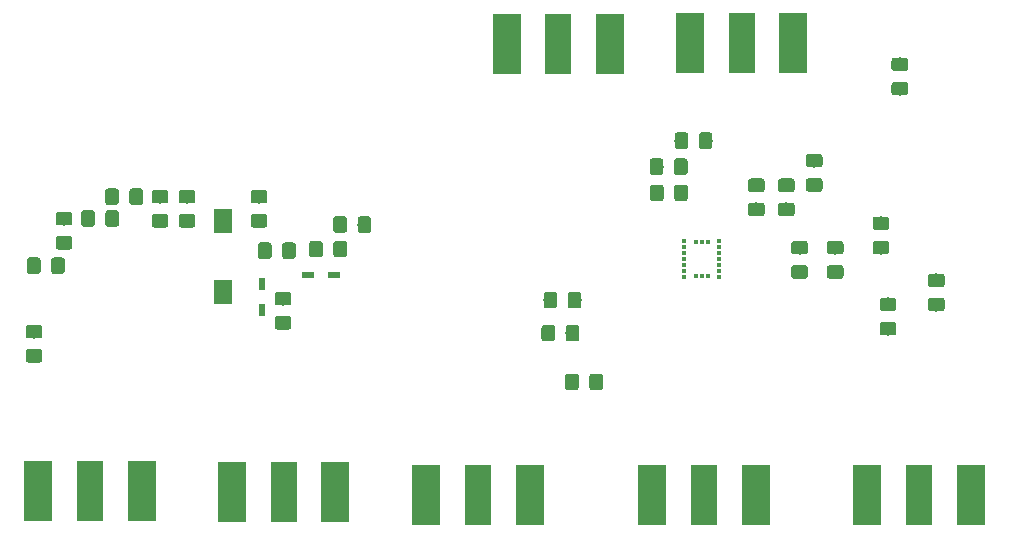
<source format=gtp>
G04 #@! TF.GenerationSoftware,KiCad,Pcbnew,(5.0.2)-1*
G04 #@! TF.CreationDate,2019-06-06T20:52:43-07:00*
G04 #@! TF.ProjectId,Complete PLL Board Rev5,436f6d70-6c65-4746-9520-504c4c20426f,rev?*
G04 #@! TF.SameCoordinates,Original*
G04 #@! TF.FileFunction,Paste,Top*
G04 #@! TF.FilePolarity,Positive*
%FSLAX46Y46*%
G04 Gerber Fmt 4.6, Leading zero omitted, Abs format (unit mm)*
G04 Created by KiCad (PCBNEW (5.0.2)-1) date 6/6/2019 8:52:43 PM*
%MOMM*%
%LPD*%
G01*
G04 APERTURE LIST*
%ADD10R,2.290000X5.080000*%
%ADD11R,2.420000X5.080000*%
%ADD12C,0.100000*%
%ADD13C,1.150000*%
%ADD14R,1.600000X2.000000*%
%ADD15R,1.100000X0.600000*%
%ADD16R,0.600000X1.100000*%
%ADD17R,0.450000X0.300000*%
%ADD18R,0.300000X0.450000*%
G04 APERTURE END LIST*
D10*
G04 #@! TO.C,VCO_Out*
X106095800Y-118999000D03*
D11*
X101715800Y-118999000D03*
X110475800Y-118999000D03*
G04 #@! TD*
D12*
G04 #@! TO.C,R13*
G36*
X129669905Y-95770404D02*
X129694173Y-95774004D01*
X129717972Y-95779965D01*
X129741071Y-95788230D01*
X129763250Y-95798720D01*
X129784293Y-95811332D01*
X129803999Y-95825947D01*
X129822177Y-95842423D01*
X129838653Y-95860601D01*
X129853268Y-95880307D01*
X129865880Y-95901350D01*
X129876370Y-95923529D01*
X129884635Y-95946628D01*
X129890596Y-95970427D01*
X129894196Y-95994695D01*
X129895400Y-96019199D01*
X129895400Y-96919201D01*
X129894196Y-96943705D01*
X129890596Y-96967973D01*
X129884635Y-96991772D01*
X129876370Y-97014871D01*
X129865880Y-97037050D01*
X129853268Y-97058093D01*
X129838653Y-97077799D01*
X129822177Y-97095977D01*
X129803999Y-97112453D01*
X129784293Y-97127068D01*
X129763250Y-97139680D01*
X129741071Y-97150170D01*
X129717972Y-97158435D01*
X129694173Y-97164396D01*
X129669905Y-97167996D01*
X129645401Y-97169200D01*
X128995399Y-97169200D01*
X128970895Y-97167996D01*
X128946627Y-97164396D01*
X128922828Y-97158435D01*
X128899729Y-97150170D01*
X128877550Y-97139680D01*
X128856507Y-97127068D01*
X128836801Y-97112453D01*
X128818623Y-97095977D01*
X128802147Y-97077799D01*
X128787532Y-97058093D01*
X128774920Y-97037050D01*
X128764430Y-97014871D01*
X128756165Y-96991772D01*
X128750204Y-96967973D01*
X128746604Y-96943705D01*
X128745400Y-96919201D01*
X128745400Y-96019199D01*
X128746604Y-95994695D01*
X128750204Y-95970427D01*
X128756165Y-95946628D01*
X128764430Y-95923529D01*
X128774920Y-95901350D01*
X128787532Y-95880307D01*
X128802147Y-95860601D01*
X128818623Y-95842423D01*
X128836801Y-95825947D01*
X128856507Y-95811332D01*
X128877550Y-95798720D01*
X128899729Y-95788230D01*
X128922828Y-95779965D01*
X128946627Y-95774004D01*
X128970895Y-95770404D01*
X128995399Y-95769200D01*
X129645401Y-95769200D01*
X129669905Y-95770404D01*
X129669905Y-95770404D01*
G37*
D13*
X129320400Y-96469200D03*
D12*
G36*
X127619905Y-95770404D02*
X127644173Y-95774004D01*
X127667972Y-95779965D01*
X127691071Y-95788230D01*
X127713250Y-95798720D01*
X127734293Y-95811332D01*
X127753999Y-95825947D01*
X127772177Y-95842423D01*
X127788653Y-95860601D01*
X127803268Y-95880307D01*
X127815880Y-95901350D01*
X127826370Y-95923529D01*
X127834635Y-95946628D01*
X127840596Y-95970427D01*
X127844196Y-95994695D01*
X127845400Y-96019199D01*
X127845400Y-96919201D01*
X127844196Y-96943705D01*
X127840596Y-96967973D01*
X127834635Y-96991772D01*
X127826370Y-97014871D01*
X127815880Y-97037050D01*
X127803268Y-97058093D01*
X127788653Y-97077799D01*
X127772177Y-97095977D01*
X127753999Y-97112453D01*
X127734293Y-97127068D01*
X127713250Y-97139680D01*
X127691071Y-97150170D01*
X127667972Y-97158435D01*
X127644173Y-97164396D01*
X127619905Y-97167996D01*
X127595401Y-97169200D01*
X126945399Y-97169200D01*
X126920895Y-97167996D01*
X126896627Y-97164396D01*
X126872828Y-97158435D01*
X126849729Y-97150170D01*
X126827550Y-97139680D01*
X126806507Y-97127068D01*
X126786801Y-97112453D01*
X126768623Y-97095977D01*
X126752147Y-97077799D01*
X126737532Y-97058093D01*
X126724920Y-97037050D01*
X126714430Y-97014871D01*
X126706165Y-96991772D01*
X126700204Y-96967973D01*
X126696604Y-96943705D01*
X126695400Y-96919201D01*
X126695400Y-96019199D01*
X126696604Y-95994695D01*
X126700204Y-95970427D01*
X126706165Y-95946628D01*
X126714430Y-95923529D01*
X126724920Y-95901350D01*
X126737532Y-95880307D01*
X126752147Y-95860601D01*
X126768623Y-95842423D01*
X126786801Y-95825947D01*
X126806507Y-95811332D01*
X126827550Y-95798720D01*
X126849729Y-95788230D01*
X126872828Y-95779965D01*
X126896627Y-95774004D01*
X126920895Y-95770404D01*
X126945399Y-95769200D01*
X127595401Y-95769200D01*
X127619905Y-95770404D01*
X127619905Y-95770404D01*
G37*
D13*
X127270400Y-96469200D03*
G04 #@! TD*
D11*
G04 #@! TO.C,VCO_Test*
X126858800Y-119126000D03*
X118098800Y-119126000D03*
D10*
X122478800Y-119126000D03*
G04 #@! TD*
G04 #@! TO.C,Ref_Osc*
X138938000Y-119380000D03*
D11*
X134558000Y-119380000D03*
X143318000Y-119380000D03*
G04 #@! TD*
G04 #@! TO.C,Test_CPo*
X141365200Y-81153000D03*
X150125200Y-81153000D03*
D10*
X145745200Y-81153000D03*
G04 #@! TD*
D12*
G04 #@! TO.C,C27*
G36*
X127621505Y-97853204D02*
X127645773Y-97856804D01*
X127669572Y-97862765D01*
X127692671Y-97871030D01*
X127714850Y-97881520D01*
X127735893Y-97894132D01*
X127755599Y-97908747D01*
X127773777Y-97925223D01*
X127790253Y-97943401D01*
X127804868Y-97963107D01*
X127817480Y-97984150D01*
X127827970Y-98006329D01*
X127836235Y-98029428D01*
X127842196Y-98053227D01*
X127845796Y-98077495D01*
X127847000Y-98101999D01*
X127847000Y-99002001D01*
X127845796Y-99026505D01*
X127842196Y-99050773D01*
X127836235Y-99074572D01*
X127827970Y-99097671D01*
X127817480Y-99119850D01*
X127804868Y-99140893D01*
X127790253Y-99160599D01*
X127773777Y-99178777D01*
X127755599Y-99195253D01*
X127735893Y-99209868D01*
X127714850Y-99222480D01*
X127692671Y-99232970D01*
X127669572Y-99241235D01*
X127645773Y-99247196D01*
X127621505Y-99250796D01*
X127597001Y-99252000D01*
X126946999Y-99252000D01*
X126922495Y-99250796D01*
X126898227Y-99247196D01*
X126874428Y-99241235D01*
X126851329Y-99232970D01*
X126829150Y-99222480D01*
X126808107Y-99209868D01*
X126788401Y-99195253D01*
X126770223Y-99178777D01*
X126753747Y-99160599D01*
X126739132Y-99140893D01*
X126726520Y-99119850D01*
X126716030Y-99097671D01*
X126707765Y-99074572D01*
X126701804Y-99050773D01*
X126698204Y-99026505D01*
X126697000Y-99002001D01*
X126697000Y-98101999D01*
X126698204Y-98077495D01*
X126701804Y-98053227D01*
X126707765Y-98029428D01*
X126716030Y-98006329D01*
X126726520Y-97984150D01*
X126739132Y-97963107D01*
X126753747Y-97943401D01*
X126770223Y-97925223D01*
X126788401Y-97908747D01*
X126808107Y-97894132D01*
X126829150Y-97881520D01*
X126851329Y-97871030D01*
X126874428Y-97862765D01*
X126898227Y-97856804D01*
X126922495Y-97853204D01*
X126946999Y-97852000D01*
X127597001Y-97852000D01*
X127621505Y-97853204D01*
X127621505Y-97853204D01*
G37*
D13*
X127272000Y-98552000D03*
D12*
G36*
X125571505Y-97853204D02*
X125595773Y-97856804D01*
X125619572Y-97862765D01*
X125642671Y-97871030D01*
X125664850Y-97881520D01*
X125685893Y-97894132D01*
X125705599Y-97908747D01*
X125723777Y-97925223D01*
X125740253Y-97943401D01*
X125754868Y-97963107D01*
X125767480Y-97984150D01*
X125777970Y-98006329D01*
X125786235Y-98029428D01*
X125792196Y-98053227D01*
X125795796Y-98077495D01*
X125797000Y-98101999D01*
X125797000Y-99002001D01*
X125795796Y-99026505D01*
X125792196Y-99050773D01*
X125786235Y-99074572D01*
X125777970Y-99097671D01*
X125767480Y-99119850D01*
X125754868Y-99140893D01*
X125740253Y-99160599D01*
X125723777Y-99178777D01*
X125705599Y-99195253D01*
X125685893Y-99209868D01*
X125664850Y-99222480D01*
X125642671Y-99232970D01*
X125619572Y-99241235D01*
X125595773Y-99247196D01*
X125571505Y-99250796D01*
X125547001Y-99252000D01*
X124896999Y-99252000D01*
X124872495Y-99250796D01*
X124848227Y-99247196D01*
X124824428Y-99241235D01*
X124801329Y-99232970D01*
X124779150Y-99222480D01*
X124758107Y-99209868D01*
X124738401Y-99195253D01*
X124720223Y-99178777D01*
X124703747Y-99160599D01*
X124689132Y-99140893D01*
X124676520Y-99119850D01*
X124666030Y-99097671D01*
X124657765Y-99074572D01*
X124651804Y-99050773D01*
X124648204Y-99026505D01*
X124647000Y-99002001D01*
X124647000Y-98101999D01*
X124648204Y-98077495D01*
X124651804Y-98053227D01*
X124657765Y-98029428D01*
X124666030Y-98006329D01*
X124676520Y-97984150D01*
X124689132Y-97963107D01*
X124703747Y-97943401D01*
X124720223Y-97925223D01*
X124738401Y-97908747D01*
X124758107Y-97894132D01*
X124779150Y-97881520D01*
X124801329Y-97871030D01*
X124824428Y-97862765D01*
X124848227Y-97856804D01*
X124872495Y-97853204D01*
X124896999Y-97852000D01*
X125547001Y-97852000D01*
X125571505Y-97853204D01*
X125571505Y-97853204D01*
G37*
D13*
X125222000Y-98552000D03*
G04 #@! TD*
D12*
G04 #@! TO.C,R10*
G36*
X104360505Y-95387404D02*
X104384773Y-95391004D01*
X104408572Y-95396965D01*
X104431671Y-95405230D01*
X104453850Y-95415720D01*
X104474893Y-95428332D01*
X104494599Y-95442947D01*
X104512777Y-95459423D01*
X104529253Y-95477601D01*
X104543868Y-95497307D01*
X104556480Y-95518350D01*
X104566970Y-95540529D01*
X104575235Y-95563628D01*
X104581196Y-95587427D01*
X104584796Y-95611695D01*
X104586000Y-95636199D01*
X104586000Y-96286201D01*
X104584796Y-96310705D01*
X104581196Y-96334973D01*
X104575235Y-96358772D01*
X104566970Y-96381871D01*
X104556480Y-96404050D01*
X104543868Y-96425093D01*
X104529253Y-96444799D01*
X104512777Y-96462977D01*
X104494599Y-96479453D01*
X104474893Y-96494068D01*
X104453850Y-96506680D01*
X104431671Y-96517170D01*
X104408572Y-96525435D01*
X104384773Y-96531396D01*
X104360505Y-96534996D01*
X104336001Y-96536200D01*
X103435999Y-96536200D01*
X103411495Y-96534996D01*
X103387227Y-96531396D01*
X103363428Y-96525435D01*
X103340329Y-96517170D01*
X103318150Y-96506680D01*
X103297107Y-96494068D01*
X103277401Y-96479453D01*
X103259223Y-96462977D01*
X103242747Y-96444799D01*
X103228132Y-96425093D01*
X103215520Y-96404050D01*
X103205030Y-96381871D01*
X103196765Y-96358772D01*
X103190804Y-96334973D01*
X103187204Y-96310705D01*
X103186000Y-96286201D01*
X103186000Y-95636199D01*
X103187204Y-95611695D01*
X103190804Y-95587427D01*
X103196765Y-95563628D01*
X103205030Y-95540529D01*
X103215520Y-95518350D01*
X103228132Y-95497307D01*
X103242747Y-95477601D01*
X103259223Y-95459423D01*
X103277401Y-95442947D01*
X103297107Y-95428332D01*
X103318150Y-95415720D01*
X103340329Y-95405230D01*
X103363428Y-95396965D01*
X103387227Y-95391004D01*
X103411495Y-95387404D01*
X103435999Y-95386200D01*
X104336001Y-95386200D01*
X104360505Y-95387404D01*
X104360505Y-95387404D01*
G37*
D13*
X103886000Y-95961200D03*
D12*
G36*
X104360505Y-97437404D02*
X104384773Y-97441004D01*
X104408572Y-97446965D01*
X104431671Y-97455230D01*
X104453850Y-97465720D01*
X104474893Y-97478332D01*
X104494599Y-97492947D01*
X104512777Y-97509423D01*
X104529253Y-97527601D01*
X104543868Y-97547307D01*
X104556480Y-97568350D01*
X104566970Y-97590529D01*
X104575235Y-97613628D01*
X104581196Y-97637427D01*
X104584796Y-97661695D01*
X104586000Y-97686199D01*
X104586000Y-98336201D01*
X104584796Y-98360705D01*
X104581196Y-98384973D01*
X104575235Y-98408772D01*
X104566970Y-98431871D01*
X104556480Y-98454050D01*
X104543868Y-98475093D01*
X104529253Y-98494799D01*
X104512777Y-98512977D01*
X104494599Y-98529453D01*
X104474893Y-98544068D01*
X104453850Y-98556680D01*
X104431671Y-98567170D01*
X104408572Y-98575435D01*
X104384773Y-98581396D01*
X104360505Y-98584996D01*
X104336001Y-98586200D01*
X103435999Y-98586200D01*
X103411495Y-98584996D01*
X103387227Y-98581396D01*
X103363428Y-98575435D01*
X103340329Y-98567170D01*
X103318150Y-98556680D01*
X103297107Y-98544068D01*
X103277401Y-98529453D01*
X103259223Y-98512977D01*
X103242747Y-98494799D01*
X103228132Y-98475093D01*
X103215520Y-98454050D01*
X103205030Y-98431871D01*
X103196765Y-98408772D01*
X103190804Y-98384973D01*
X103187204Y-98360705D01*
X103186000Y-98336201D01*
X103186000Y-97686199D01*
X103187204Y-97661695D01*
X103190804Y-97637427D01*
X103196765Y-97613628D01*
X103205030Y-97590529D01*
X103215520Y-97568350D01*
X103228132Y-97547307D01*
X103242747Y-97527601D01*
X103259223Y-97509423D01*
X103277401Y-97492947D01*
X103297107Y-97478332D01*
X103318150Y-97465720D01*
X103340329Y-97455230D01*
X103363428Y-97446965D01*
X103387227Y-97441004D01*
X103411495Y-97437404D01*
X103435999Y-97436200D01*
X104336001Y-97436200D01*
X104360505Y-97437404D01*
X104360505Y-97437404D01*
G37*
D13*
X103886000Y-98011200D03*
G04 #@! TD*
D12*
G04 #@! TO.C,R12*
G36*
X122902505Y-102169204D02*
X122926773Y-102172804D01*
X122950572Y-102178765D01*
X122973671Y-102187030D01*
X122995850Y-102197520D01*
X123016893Y-102210132D01*
X123036599Y-102224747D01*
X123054777Y-102241223D01*
X123071253Y-102259401D01*
X123085868Y-102279107D01*
X123098480Y-102300150D01*
X123108970Y-102322329D01*
X123117235Y-102345428D01*
X123123196Y-102369227D01*
X123126796Y-102393495D01*
X123128000Y-102417999D01*
X123128000Y-103068001D01*
X123126796Y-103092505D01*
X123123196Y-103116773D01*
X123117235Y-103140572D01*
X123108970Y-103163671D01*
X123098480Y-103185850D01*
X123085868Y-103206893D01*
X123071253Y-103226599D01*
X123054777Y-103244777D01*
X123036599Y-103261253D01*
X123016893Y-103275868D01*
X122995850Y-103288480D01*
X122973671Y-103298970D01*
X122950572Y-103307235D01*
X122926773Y-103313196D01*
X122902505Y-103316796D01*
X122878001Y-103318000D01*
X121977999Y-103318000D01*
X121953495Y-103316796D01*
X121929227Y-103313196D01*
X121905428Y-103307235D01*
X121882329Y-103298970D01*
X121860150Y-103288480D01*
X121839107Y-103275868D01*
X121819401Y-103261253D01*
X121801223Y-103244777D01*
X121784747Y-103226599D01*
X121770132Y-103206893D01*
X121757520Y-103185850D01*
X121747030Y-103163671D01*
X121738765Y-103140572D01*
X121732804Y-103116773D01*
X121729204Y-103092505D01*
X121728000Y-103068001D01*
X121728000Y-102417999D01*
X121729204Y-102393495D01*
X121732804Y-102369227D01*
X121738765Y-102345428D01*
X121747030Y-102322329D01*
X121757520Y-102300150D01*
X121770132Y-102279107D01*
X121784747Y-102259401D01*
X121801223Y-102241223D01*
X121819401Y-102224747D01*
X121839107Y-102210132D01*
X121860150Y-102197520D01*
X121882329Y-102187030D01*
X121905428Y-102178765D01*
X121929227Y-102172804D01*
X121953495Y-102169204D01*
X121977999Y-102168000D01*
X122878001Y-102168000D01*
X122902505Y-102169204D01*
X122902505Y-102169204D01*
G37*
D13*
X122428000Y-102743000D03*
D12*
G36*
X122902505Y-104219204D02*
X122926773Y-104222804D01*
X122950572Y-104228765D01*
X122973671Y-104237030D01*
X122995850Y-104247520D01*
X123016893Y-104260132D01*
X123036599Y-104274747D01*
X123054777Y-104291223D01*
X123071253Y-104309401D01*
X123085868Y-104329107D01*
X123098480Y-104350150D01*
X123108970Y-104372329D01*
X123117235Y-104395428D01*
X123123196Y-104419227D01*
X123126796Y-104443495D01*
X123128000Y-104467999D01*
X123128000Y-105118001D01*
X123126796Y-105142505D01*
X123123196Y-105166773D01*
X123117235Y-105190572D01*
X123108970Y-105213671D01*
X123098480Y-105235850D01*
X123085868Y-105256893D01*
X123071253Y-105276599D01*
X123054777Y-105294777D01*
X123036599Y-105311253D01*
X123016893Y-105325868D01*
X122995850Y-105338480D01*
X122973671Y-105348970D01*
X122950572Y-105357235D01*
X122926773Y-105363196D01*
X122902505Y-105366796D01*
X122878001Y-105368000D01*
X121977999Y-105368000D01*
X121953495Y-105366796D01*
X121929227Y-105363196D01*
X121905428Y-105357235D01*
X121882329Y-105348970D01*
X121860150Y-105338480D01*
X121839107Y-105325868D01*
X121819401Y-105311253D01*
X121801223Y-105294777D01*
X121784747Y-105276599D01*
X121770132Y-105256893D01*
X121757520Y-105235850D01*
X121747030Y-105213671D01*
X121738765Y-105190572D01*
X121732804Y-105166773D01*
X121729204Y-105142505D01*
X121728000Y-105118001D01*
X121728000Y-104467999D01*
X121729204Y-104443495D01*
X121732804Y-104419227D01*
X121738765Y-104395428D01*
X121747030Y-104372329D01*
X121757520Y-104350150D01*
X121770132Y-104329107D01*
X121784747Y-104309401D01*
X121801223Y-104291223D01*
X121819401Y-104274747D01*
X121839107Y-104260132D01*
X121860150Y-104247520D01*
X121882329Y-104237030D01*
X121905428Y-104228765D01*
X121929227Y-104222804D01*
X121953495Y-104219204D01*
X121977999Y-104218000D01*
X122878001Y-104218000D01*
X122902505Y-104219204D01*
X122902505Y-104219204D01*
G37*
D13*
X122428000Y-104793000D03*
G04 #@! TD*
D14*
G04 #@! TO.C,C19*
X117348000Y-96139000D03*
X117348000Y-102139000D03*
G04 #@! TD*
D12*
G04 #@! TO.C,R8*
G36*
X108317505Y-95262404D02*
X108341773Y-95266004D01*
X108365572Y-95271965D01*
X108388671Y-95280230D01*
X108410850Y-95290720D01*
X108431893Y-95303332D01*
X108451599Y-95317947D01*
X108469777Y-95334423D01*
X108486253Y-95352601D01*
X108500868Y-95372307D01*
X108513480Y-95393350D01*
X108523970Y-95415529D01*
X108532235Y-95438628D01*
X108538196Y-95462427D01*
X108541796Y-95486695D01*
X108543000Y-95511199D01*
X108543000Y-96411201D01*
X108541796Y-96435705D01*
X108538196Y-96459973D01*
X108532235Y-96483772D01*
X108523970Y-96506871D01*
X108513480Y-96529050D01*
X108500868Y-96550093D01*
X108486253Y-96569799D01*
X108469777Y-96587977D01*
X108451599Y-96604453D01*
X108431893Y-96619068D01*
X108410850Y-96631680D01*
X108388671Y-96642170D01*
X108365572Y-96650435D01*
X108341773Y-96656396D01*
X108317505Y-96659996D01*
X108293001Y-96661200D01*
X107642999Y-96661200D01*
X107618495Y-96659996D01*
X107594227Y-96656396D01*
X107570428Y-96650435D01*
X107547329Y-96642170D01*
X107525150Y-96631680D01*
X107504107Y-96619068D01*
X107484401Y-96604453D01*
X107466223Y-96587977D01*
X107449747Y-96569799D01*
X107435132Y-96550093D01*
X107422520Y-96529050D01*
X107412030Y-96506871D01*
X107403765Y-96483772D01*
X107397804Y-96459973D01*
X107394204Y-96435705D01*
X107393000Y-96411201D01*
X107393000Y-95511199D01*
X107394204Y-95486695D01*
X107397804Y-95462427D01*
X107403765Y-95438628D01*
X107412030Y-95415529D01*
X107422520Y-95393350D01*
X107435132Y-95372307D01*
X107449747Y-95352601D01*
X107466223Y-95334423D01*
X107484401Y-95317947D01*
X107504107Y-95303332D01*
X107525150Y-95290720D01*
X107547329Y-95280230D01*
X107570428Y-95271965D01*
X107594227Y-95266004D01*
X107618495Y-95262404D01*
X107642999Y-95261200D01*
X108293001Y-95261200D01*
X108317505Y-95262404D01*
X108317505Y-95262404D01*
G37*
D13*
X107968000Y-95961200D03*
D12*
G36*
X106267505Y-95262404D02*
X106291773Y-95266004D01*
X106315572Y-95271965D01*
X106338671Y-95280230D01*
X106360850Y-95290720D01*
X106381893Y-95303332D01*
X106401599Y-95317947D01*
X106419777Y-95334423D01*
X106436253Y-95352601D01*
X106450868Y-95372307D01*
X106463480Y-95393350D01*
X106473970Y-95415529D01*
X106482235Y-95438628D01*
X106488196Y-95462427D01*
X106491796Y-95486695D01*
X106493000Y-95511199D01*
X106493000Y-96411201D01*
X106491796Y-96435705D01*
X106488196Y-96459973D01*
X106482235Y-96483772D01*
X106473970Y-96506871D01*
X106463480Y-96529050D01*
X106450868Y-96550093D01*
X106436253Y-96569799D01*
X106419777Y-96587977D01*
X106401599Y-96604453D01*
X106381893Y-96619068D01*
X106360850Y-96631680D01*
X106338671Y-96642170D01*
X106315572Y-96650435D01*
X106291773Y-96656396D01*
X106267505Y-96659996D01*
X106243001Y-96661200D01*
X105592999Y-96661200D01*
X105568495Y-96659996D01*
X105544227Y-96656396D01*
X105520428Y-96650435D01*
X105497329Y-96642170D01*
X105475150Y-96631680D01*
X105454107Y-96619068D01*
X105434401Y-96604453D01*
X105416223Y-96587977D01*
X105399747Y-96569799D01*
X105385132Y-96550093D01*
X105372520Y-96529050D01*
X105362030Y-96506871D01*
X105353765Y-96483772D01*
X105347804Y-96459973D01*
X105344204Y-96435705D01*
X105343000Y-96411201D01*
X105343000Y-95511199D01*
X105344204Y-95486695D01*
X105347804Y-95462427D01*
X105353765Y-95438628D01*
X105362030Y-95415529D01*
X105372520Y-95393350D01*
X105385132Y-95372307D01*
X105399747Y-95352601D01*
X105416223Y-95334423D01*
X105434401Y-95317947D01*
X105454107Y-95303332D01*
X105475150Y-95290720D01*
X105497329Y-95280230D01*
X105520428Y-95271965D01*
X105544227Y-95266004D01*
X105568495Y-95262404D01*
X105592999Y-95261200D01*
X106243001Y-95261200D01*
X106267505Y-95262404D01*
X106267505Y-95262404D01*
G37*
D13*
X105918000Y-95961200D03*
G04 #@! TD*
D12*
G04 #@! TO.C,C17*
G36*
X101820505Y-107013204D02*
X101844773Y-107016804D01*
X101868572Y-107022765D01*
X101891671Y-107031030D01*
X101913850Y-107041520D01*
X101934893Y-107054132D01*
X101954599Y-107068747D01*
X101972777Y-107085223D01*
X101989253Y-107103401D01*
X102003868Y-107123107D01*
X102016480Y-107144150D01*
X102026970Y-107166329D01*
X102035235Y-107189428D01*
X102041196Y-107213227D01*
X102044796Y-107237495D01*
X102046000Y-107261999D01*
X102046000Y-107912001D01*
X102044796Y-107936505D01*
X102041196Y-107960773D01*
X102035235Y-107984572D01*
X102026970Y-108007671D01*
X102016480Y-108029850D01*
X102003868Y-108050893D01*
X101989253Y-108070599D01*
X101972777Y-108088777D01*
X101954599Y-108105253D01*
X101934893Y-108119868D01*
X101913850Y-108132480D01*
X101891671Y-108142970D01*
X101868572Y-108151235D01*
X101844773Y-108157196D01*
X101820505Y-108160796D01*
X101796001Y-108162000D01*
X100895999Y-108162000D01*
X100871495Y-108160796D01*
X100847227Y-108157196D01*
X100823428Y-108151235D01*
X100800329Y-108142970D01*
X100778150Y-108132480D01*
X100757107Y-108119868D01*
X100737401Y-108105253D01*
X100719223Y-108088777D01*
X100702747Y-108070599D01*
X100688132Y-108050893D01*
X100675520Y-108029850D01*
X100665030Y-108007671D01*
X100656765Y-107984572D01*
X100650804Y-107960773D01*
X100647204Y-107936505D01*
X100646000Y-107912001D01*
X100646000Y-107261999D01*
X100647204Y-107237495D01*
X100650804Y-107213227D01*
X100656765Y-107189428D01*
X100665030Y-107166329D01*
X100675520Y-107144150D01*
X100688132Y-107123107D01*
X100702747Y-107103401D01*
X100719223Y-107085223D01*
X100737401Y-107068747D01*
X100757107Y-107054132D01*
X100778150Y-107041520D01*
X100800329Y-107031030D01*
X100823428Y-107022765D01*
X100847227Y-107016804D01*
X100871495Y-107013204D01*
X100895999Y-107012000D01*
X101796001Y-107012000D01*
X101820505Y-107013204D01*
X101820505Y-107013204D01*
G37*
D13*
X101346000Y-107587000D03*
D12*
G36*
X101820505Y-104963204D02*
X101844773Y-104966804D01*
X101868572Y-104972765D01*
X101891671Y-104981030D01*
X101913850Y-104991520D01*
X101934893Y-105004132D01*
X101954599Y-105018747D01*
X101972777Y-105035223D01*
X101989253Y-105053401D01*
X102003868Y-105073107D01*
X102016480Y-105094150D01*
X102026970Y-105116329D01*
X102035235Y-105139428D01*
X102041196Y-105163227D01*
X102044796Y-105187495D01*
X102046000Y-105211999D01*
X102046000Y-105862001D01*
X102044796Y-105886505D01*
X102041196Y-105910773D01*
X102035235Y-105934572D01*
X102026970Y-105957671D01*
X102016480Y-105979850D01*
X102003868Y-106000893D01*
X101989253Y-106020599D01*
X101972777Y-106038777D01*
X101954599Y-106055253D01*
X101934893Y-106069868D01*
X101913850Y-106082480D01*
X101891671Y-106092970D01*
X101868572Y-106101235D01*
X101844773Y-106107196D01*
X101820505Y-106110796D01*
X101796001Y-106112000D01*
X100895999Y-106112000D01*
X100871495Y-106110796D01*
X100847227Y-106107196D01*
X100823428Y-106101235D01*
X100800329Y-106092970D01*
X100778150Y-106082480D01*
X100757107Y-106069868D01*
X100737401Y-106055253D01*
X100719223Y-106038777D01*
X100702747Y-106020599D01*
X100688132Y-106000893D01*
X100675520Y-105979850D01*
X100665030Y-105957671D01*
X100656765Y-105934572D01*
X100650804Y-105910773D01*
X100647204Y-105886505D01*
X100646000Y-105862001D01*
X100646000Y-105211999D01*
X100647204Y-105187495D01*
X100650804Y-105163227D01*
X100656765Y-105139428D01*
X100665030Y-105116329D01*
X100675520Y-105094150D01*
X100688132Y-105073107D01*
X100702747Y-105053401D01*
X100719223Y-105035223D01*
X100737401Y-105018747D01*
X100757107Y-105004132D01*
X100778150Y-104991520D01*
X100800329Y-104981030D01*
X100823428Y-104972765D01*
X100847227Y-104966804D01*
X100871495Y-104963204D01*
X100895999Y-104962000D01*
X101796001Y-104962000D01*
X101820505Y-104963204D01*
X101820505Y-104963204D01*
G37*
D13*
X101346000Y-105537000D03*
G04 #@! TD*
D11*
G04 #@! TO.C,FoLD1*
X180656000Y-119329200D03*
X171896000Y-119329200D03*
D10*
X176276000Y-119329200D03*
G04 #@! TD*
G04 #@! TO.C,FL1*
X161264600Y-81058600D03*
D11*
X165644600Y-81058600D03*
X156884600Y-81058600D03*
G04 #@! TD*
D10*
G04 #@! TO.C,OSC_OUT*
X158064200Y-119380000D03*
D11*
X153684200Y-119380000D03*
X162444200Y-119380000D03*
G04 #@! TD*
D12*
G04 #@! TO.C,C1*
G36*
X175124905Y-82331804D02*
X175149173Y-82335404D01*
X175172972Y-82341365D01*
X175196071Y-82349630D01*
X175218250Y-82360120D01*
X175239293Y-82372732D01*
X175258999Y-82387347D01*
X175277177Y-82403823D01*
X175293653Y-82422001D01*
X175308268Y-82441707D01*
X175320880Y-82462750D01*
X175331370Y-82484929D01*
X175339635Y-82508028D01*
X175345596Y-82531827D01*
X175349196Y-82556095D01*
X175350400Y-82580599D01*
X175350400Y-83230601D01*
X175349196Y-83255105D01*
X175345596Y-83279373D01*
X175339635Y-83303172D01*
X175331370Y-83326271D01*
X175320880Y-83348450D01*
X175308268Y-83369493D01*
X175293653Y-83389199D01*
X175277177Y-83407377D01*
X175258999Y-83423853D01*
X175239293Y-83438468D01*
X175218250Y-83451080D01*
X175196071Y-83461570D01*
X175172972Y-83469835D01*
X175149173Y-83475796D01*
X175124905Y-83479396D01*
X175100401Y-83480600D01*
X174200399Y-83480600D01*
X174175895Y-83479396D01*
X174151627Y-83475796D01*
X174127828Y-83469835D01*
X174104729Y-83461570D01*
X174082550Y-83451080D01*
X174061507Y-83438468D01*
X174041801Y-83423853D01*
X174023623Y-83407377D01*
X174007147Y-83389199D01*
X173992532Y-83369493D01*
X173979920Y-83348450D01*
X173969430Y-83326271D01*
X173961165Y-83303172D01*
X173955204Y-83279373D01*
X173951604Y-83255105D01*
X173950400Y-83230601D01*
X173950400Y-82580599D01*
X173951604Y-82556095D01*
X173955204Y-82531827D01*
X173961165Y-82508028D01*
X173969430Y-82484929D01*
X173979920Y-82462750D01*
X173992532Y-82441707D01*
X174007147Y-82422001D01*
X174023623Y-82403823D01*
X174041801Y-82387347D01*
X174061507Y-82372732D01*
X174082550Y-82360120D01*
X174104729Y-82349630D01*
X174127828Y-82341365D01*
X174151627Y-82335404D01*
X174175895Y-82331804D01*
X174200399Y-82330600D01*
X175100401Y-82330600D01*
X175124905Y-82331804D01*
X175124905Y-82331804D01*
G37*
D13*
X174650400Y-82905600D03*
D12*
G36*
X175124905Y-84381804D02*
X175149173Y-84385404D01*
X175172972Y-84391365D01*
X175196071Y-84399630D01*
X175218250Y-84410120D01*
X175239293Y-84422732D01*
X175258999Y-84437347D01*
X175277177Y-84453823D01*
X175293653Y-84472001D01*
X175308268Y-84491707D01*
X175320880Y-84512750D01*
X175331370Y-84534929D01*
X175339635Y-84558028D01*
X175345596Y-84581827D01*
X175349196Y-84606095D01*
X175350400Y-84630599D01*
X175350400Y-85280601D01*
X175349196Y-85305105D01*
X175345596Y-85329373D01*
X175339635Y-85353172D01*
X175331370Y-85376271D01*
X175320880Y-85398450D01*
X175308268Y-85419493D01*
X175293653Y-85439199D01*
X175277177Y-85457377D01*
X175258999Y-85473853D01*
X175239293Y-85488468D01*
X175218250Y-85501080D01*
X175196071Y-85511570D01*
X175172972Y-85519835D01*
X175149173Y-85525796D01*
X175124905Y-85529396D01*
X175100401Y-85530600D01*
X174200399Y-85530600D01*
X174175895Y-85529396D01*
X174151627Y-85525796D01*
X174127828Y-85519835D01*
X174104729Y-85511570D01*
X174082550Y-85501080D01*
X174061507Y-85488468D01*
X174041801Y-85473853D01*
X174023623Y-85457377D01*
X174007147Y-85439199D01*
X173992532Y-85419493D01*
X173979920Y-85398450D01*
X173969430Y-85376271D01*
X173961165Y-85353172D01*
X173955204Y-85329373D01*
X173951604Y-85305105D01*
X173950400Y-85280601D01*
X173950400Y-84630599D01*
X173951604Y-84606095D01*
X173955204Y-84581827D01*
X173961165Y-84558028D01*
X173969430Y-84534929D01*
X173979920Y-84512750D01*
X173992532Y-84491707D01*
X174007147Y-84472001D01*
X174023623Y-84453823D01*
X174041801Y-84437347D01*
X174061507Y-84422732D01*
X174082550Y-84410120D01*
X174104729Y-84399630D01*
X174127828Y-84391365D01*
X174151627Y-84385404D01*
X174175895Y-84381804D01*
X174200399Y-84380600D01*
X175100401Y-84380600D01*
X175124905Y-84381804D01*
X175124905Y-84381804D01*
G37*
D13*
X174650400Y-84955600D03*
G04 #@! TD*
D12*
G04 #@! TO.C,C2*
G36*
X166641305Y-99901204D02*
X166665573Y-99904804D01*
X166689372Y-99910765D01*
X166712471Y-99919030D01*
X166734650Y-99929520D01*
X166755693Y-99942132D01*
X166775399Y-99956747D01*
X166793577Y-99973223D01*
X166810053Y-99991401D01*
X166824668Y-100011107D01*
X166837280Y-100032150D01*
X166847770Y-100054329D01*
X166856035Y-100077428D01*
X166861996Y-100101227D01*
X166865596Y-100125495D01*
X166866800Y-100149999D01*
X166866800Y-100800001D01*
X166865596Y-100824505D01*
X166861996Y-100848773D01*
X166856035Y-100872572D01*
X166847770Y-100895671D01*
X166837280Y-100917850D01*
X166824668Y-100938893D01*
X166810053Y-100958599D01*
X166793577Y-100976777D01*
X166775399Y-100993253D01*
X166755693Y-101007868D01*
X166734650Y-101020480D01*
X166712471Y-101030970D01*
X166689372Y-101039235D01*
X166665573Y-101045196D01*
X166641305Y-101048796D01*
X166616801Y-101050000D01*
X165716799Y-101050000D01*
X165692295Y-101048796D01*
X165668027Y-101045196D01*
X165644228Y-101039235D01*
X165621129Y-101030970D01*
X165598950Y-101020480D01*
X165577907Y-101007868D01*
X165558201Y-100993253D01*
X165540023Y-100976777D01*
X165523547Y-100958599D01*
X165508932Y-100938893D01*
X165496320Y-100917850D01*
X165485830Y-100895671D01*
X165477565Y-100872572D01*
X165471604Y-100848773D01*
X165468004Y-100824505D01*
X165466800Y-100800001D01*
X165466800Y-100149999D01*
X165468004Y-100125495D01*
X165471604Y-100101227D01*
X165477565Y-100077428D01*
X165485830Y-100054329D01*
X165496320Y-100032150D01*
X165508932Y-100011107D01*
X165523547Y-99991401D01*
X165540023Y-99973223D01*
X165558201Y-99956747D01*
X165577907Y-99942132D01*
X165598950Y-99929520D01*
X165621129Y-99919030D01*
X165644228Y-99910765D01*
X165668027Y-99904804D01*
X165692295Y-99901204D01*
X165716799Y-99900000D01*
X166616801Y-99900000D01*
X166641305Y-99901204D01*
X166641305Y-99901204D01*
G37*
D13*
X166166800Y-100475000D03*
D12*
G36*
X166641305Y-97851204D02*
X166665573Y-97854804D01*
X166689372Y-97860765D01*
X166712471Y-97869030D01*
X166734650Y-97879520D01*
X166755693Y-97892132D01*
X166775399Y-97906747D01*
X166793577Y-97923223D01*
X166810053Y-97941401D01*
X166824668Y-97961107D01*
X166837280Y-97982150D01*
X166847770Y-98004329D01*
X166856035Y-98027428D01*
X166861996Y-98051227D01*
X166865596Y-98075495D01*
X166866800Y-98099999D01*
X166866800Y-98750001D01*
X166865596Y-98774505D01*
X166861996Y-98798773D01*
X166856035Y-98822572D01*
X166847770Y-98845671D01*
X166837280Y-98867850D01*
X166824668Y-98888893D01*
X166810053Y-98908599D01*
X166793577Y-98926777D01*
X166775399Y-98943253D01*
X166755693Y-98957868D01*
X166734650Y-98970480D01*
X166712471Y-98980970D01*
X166689372Y-98989235D01*
X166665573Y-98995196D01*
X166641305Y-98998796D01*
X166616801Y-99000000D01*
X165716799Y-99000000D01*
X165692295Y-98998796D01*
X165668027Y-98995196D01*
X165644228Y-98989235D01*
X165621129Y-98980970D01*
X165598950Y-98970480D01*
X165577907Y-98957868D01*
X165558201Y-98943253D01*
X165540023Y-98926777D01*
X165523547Y-98908599D01*
X165508932Y-98888893D01*
X165496320Y-98867850D01*
X165485830Y-98845671D01*
X165477565Y-98822572D01*
X165471604Y-98798773D01*
X165468004Y-98774505D01*
X165466800Y-98750001D01*
X165466800Y-98099999D01*
X165468004Y-98075495D01*
X165471604Y-98051227D01*
X165477565Y-98027428D01*
X165485830Y-98004329D01*
X165496320Y-97982150D01*
X165508932Y-97961107D01*
X165523547Y-97941401D01*
X165540023Y-97923223D01*
X165558201Y-97906747D01*
X165577907Y-97892132D01*
X165598950Y-97879520D01*
X165621129Y-97869030D01*
X165644228Y-97860765D01*
X165668027Y-97854804D01*
X165692295Y-97851204D01*
X165716799Y-97850000D01*
X166616801Y-97850000D01*
X166641305Y-97851204D01*
X166641305Y-97851204D01*
G37*
D13*
X166166800Y-98425000D03*
G04 #@! TD*
D12*
G04 #@! TO.C,C3*
G36*
X169663905Y-97851204D02*
X169688173Y-97854804D01*
X169711972Y-97860765D01*
X169735071Y-97869030D01*
X169757250Y-97879520D01*
X169778293Y-97892132D01*
X169797999Y-97906747D01*
X169816177Y-97923223D01*
X169832653Y-97941401D01*
X169847268Y-97961107D01*
X169859880Y-97982150D01*
X169870370Y-98004329D01*
X169878635Y-98027428D01*
X169884596Y-98051227D01*
X169888196Y-98075495D01*
X169889400Y-98099999D01*
X169889400Y-98750001D01*
X169888196Y-98774505D01*
X169884596Y-98798773D01*
X169878635Y-98822572D01*
X169870370Y-98845671D01*
X169859880Y-98867850D01*
X169847268Y-98888893D01*
X169832653Y-98908599D01*
X169816177Y-98926777D01*
X169797999Y-98943253D01*
X169778293Y-98957868D01*
X169757250Y-98970480D01*
X169735071Y-98980970D01*
X169711972Y-98989235D01*
X169688173Y-98995196D01*
X169663905Y-98998796D01*
X169639401Y-99000000D01*
X168739399Y-99000000D01*
X168714895Y-98998796D01*
X168690627Y-98995196D01*
X168666828Y-98989235D01*
X168643729Y-98980970D01*
X168621550Y-98970480D01*
X168600507Y-98957868D01*
X168580801Y-98943253D01*
X168562623Y-98926777D01*
X168546147Y-98908599D01*
X168531532Y-98888893D01*
X168518920Y-98867850D01*
X168508430Y-98845671D01*
X168500165Y-98822572D01*
X168494204Y-98798773D01*
X168490604Y-98774505D01*
X168489400Y-98750001D01*
X168489400Y-98099999D01*
X168490604Y-98075495D01*
X168494204Y-98051227D01*
X168500165Y-98027428D01*
X168508430Y-98004329D01*
X168518920Y-97982150D01*
X168531532Y-97961107D01*
X168546147Y-97941401D01*
X168562623Y-97923223D01*
X168580801Y-97906747D01*
X168600507Y-97892132D01*
X168621550Y-97879520D01*
X168643729Y-97869030D01*
X168666828Y-97860765D01*
X168690627Y-97854804D01*
X168714895Y-97851204D01*
X168739399Y-97850000D01*
X169639401Y-97850000D01*
X169663905Y-97851204D01*
X169663905Y-97851204D01*
G37*
D13*
X169189400Y-98425000D03*
D12*
G36*
X169663905Y-99901204D02*
X169688173Y-99904804D01*
X169711972Y-99910765D01*
X169735071Y-99919030D01*
X169757250Y-99929520D01*
X169778293Y-99942132D01*
X169797999Y-99956747D01*
X169816177Y-99973223D01*
X169832653Y-99991401D01*
X169847268Y-100011107D01*
X169859880Y-100032150D01*
X169870370Y-100054329D01*
X169878635Y-100077428D01*
X169884596Y-100101227D01*
X169888196Y-100125495D01*
X169889400Y-100149999D01*
X169889400Y-100800001D01*
X169888196Y-100824505D01*
X169884596Y-100848773D01*
X169878635Y-100872572D01*
X169870370Y-100895671D01*
X169859880Y-100917850D01*
X169847268Y-100938893D01*
X169832653Y-100958599D01*
X169816177Y-100976777D01*
X169797999Y-100993253D01*
X169778293Y-101007868D01*
X169757250Y-101020480D01*
X169735071Y-101030970D01*
X169711972Y-101039235D01*
X169688173Y-101045196D01*
X169663905Y-101048796D01*
X169639401Y-101050000D01*
X168739399Y-101050000D01*
X168714895Y-101048796D01*
X168690627Y-101045196D01*
X168666828Y-101039235D01*
X168643729Y-101030970D01*
X168621550Y-101020480D01*
X168600507Y-101007868D01*
X168580801Y-100993253D01*
X168562623Y-100976777D01*
X168546147Y-100958599D01*
X168531532Y-100938893D01*
X168518920Y-100917850D01*
X168508430Y-100895671D01*
X168500165Y-100872572D01*
X168494204Y-100848773D01*
X168490604Y-100824505D01*
X168489400Y-100800001D01*
X168489400Y-100149999D01*
X168490604Y-100125495D01*
X168494204Y-100101227D01*
X168500165Y-100077428D01*
X168508430Y-100054329D01*
X168518920Y-100032150D01*
X168531532Y-100011107D01*
X168546147Y-99991401D01*
X168562623Y-99973223D01*
X168580801Y-99956747D01*
X168600507Y-99942132D01*
X168621550Y-99929520D01*
X168643729Y-99919030D01*
X168666828Y-99910765D01*
X168690627Y-99904804D01*
X168714895Y-99901204D01*
X168739399Y-99900000D01*
X169639401Y-99900000D01*
X169663905Y-99901204D01*
X169663905Y-99901204D01*
G37*
D13*
X169189400Y-100475000D03*
G04 #@! TD*
D12*
G04 #@! TO.C,C4*
G36*
X147466305Y-102171204D02*
X147490573Y-102174804D01*
X147514372Y-102180765D01*
X147537471Y-102189030D01*
X147559650Y-102199520D01*
X147580693Y-102212132D01*
X147600399Y-102226747D01*
X147618577Y-102243223D01*
X147635053Y-102261401D01*
X147649668Y-102281107D01*
X147662280Y-102302150D01*
X147672770Y-102324329D01*
X147681035Y-102347428D01*
X147686996Y-102371227D01*
X147690596Y-102395495D01*
X147691800Y-102419999D01*
X147691800Y-103320001D01*
X147690596Y-103344505D01*
X147686996Y-103368773D01*
X147681035Y-103392572D01*
X147672770Y-103415671D01*
X147662280Y-103437850D01*
X147649668Y-103458893D01*
X147635053Y-103478599D01*
X147618577Y-103496777D01*
X147600399Y-103513253D01*
X147580693Y-103527868D01*
X147559650Y-103540480D01*
X147537471Y-103550970D01*
X147514372Y-103559235D01*
X147490573Y-103565196D01*
X147466305Y-103568796D01*
X147441801Y-103570000D01*
X146791799Y-103570000D01*
X146767295Y-103568796D01*
X146743027Y-103565196D01*
X146719228Y-103559235D01*
X146696129Y-103550970D01*
X146673950Y-103540480D01*
X146652907Y-103527868D01*
X146633201Y-103513253D01*
X146615023Y-103496777D01*
X146598547Y-103478599D01*
X146583932Y-103458893D01*
X146571320Y-103437850D01*
X146560830Y-103415671D01*
X146552565Y-103392572D01*
X146546604Y-103368773D01*
X146543004Y-103344505D01*
X146541800Y-103320001D01*
X146541800Y-102419999D01*
X146543004Y-102395495D01*
X146546604Y-102371227D01*
X146552565Y-102347428D01*
X146560830Y-102324329D01*
X146571320Y-102302150D01*
X146583932Y-102281107D01*
X146598547Y-102261401D01*
X146615023Y-102243223D01*
X146633201Y-102226747D01*
X146652907Y-102212132D01*
X146673950Y-102199520D01*
X146696129Y-102189030D01*
X146719228Y-102180765D01*
X146743027Y-102174804D01*
X146767295Y-102171204D01*
X146791799Y-102170000D01*
X147441801Y-102170000D01*
X147466305Y-102171204D01*
X147466305Y-102171204D01*
G37*
D13*
X147116800Y-102870000D03*
D12*
G36*
X145416305Y-102171204D02*
X145440573Y-102174804D01*
X145464372Y-102180765D01*
X145487471Y-102189030D01*
X145509650Y-102199520D01*
X145530693Y-102212132D01*
X145550399Y-102226747D01*
X145568577Y-102243223D01*
X145585053Y-102261401D01*
X145599668Y-102281107D01*
X145612280Y-102302150D01*
X145622770Y-102324329D01*
X145631035Y-102347428D01*
X145636996Y-102371227D01*
X145640596Y-102395495D01*
X145641800Y-102419999D01*
X145641800Y-103320001D01*
X145640596Y-103344505D01*
X145636996Y-103368773D01*
X145631035Y-103392572D01*
X145622770Y-103415671D01*
X145612280Y-103437850D01*
X145599668Y-103458893D01*
X145585053Y-103478599D01*
X145568577Y-103496777D01*
X145550399Y-103513253D01*
X145530693Y-103527868D01*
X145509650Y-103540480D01*
X145487471Y-103550970D01*
X145464372Y-103559235D01*
X145440573Y-103565196D01*
X145416305Y-103568796D01*
X145391801Y-103570000D01*
X144741799Y-103570000D01*
X144717295Y-103568796D01*
X144693027Y-103565196D01*
X144669228Y-103559235D01*
X144646129Y-103550970D01*
X144623950Y-103540480D01*
X144602907Y-103527868D01*
X144583201Y-103513253D01*
X144565023Y-103496777D01*
X144548547Y-103478599D01*
X144533932Y-103458893D01*
X144521320Y-103437850D01*
X144510830Y-103415671D01*
X144502565Y-103392572D01*
X144496604Y-103368773D01*
X144493004Y-103344505D01*
X144491800Y-103320001D01*
X144491800Y-102419999D01*
X144493004Y-102395495D01*
X144496604Y-102371227D01*
X144502565Y-102347428D01*
X144510830Y-102324329D01*
X144521320Y-102302150D01*
X144533932Y-102281107D01*
X144548547Y-102261401D01*
X144565023Y-102243223D01*
X144583201Y-102226747D01*
X144602907Y-102212132D01*
X144623950Y-102199520D01*
X144646129Y-102189030D01*
X144669228Y-102180765D01*
X144693027Y-102174804D01*
X144717295Y-102171204D01*
X144741799Y-102170000D01*
X145391801Y-102170000D01*
X145416305Y-102171204D01*
X145416305Y-102171204D01*
G37*
D13*
X145066800Y-102870000D03*
G04 #@! TD*
D12*
G04 #@! TO.C,C5*
G36*
X174134305Y-102651804D02*
X174158573Y-102655404D01*
X174182372Y-102661365D01*
X174205471Y-102669630D01*
X174227650Y-102680120D01*
X174248693Y-102692732D01*
X174268399Y-102707347D01*
X174286577Y-102723823D01*
X174303053Y-102742001D01*
X174317668Y-102761707D01*
X174330280Y-102782750D01*
X174340770Y-102804929D01*
X174349035Y-102828028D01*
X174354996Y-102851827D01*
X174358596Y-102876095D01*
X174359800Y-102900599D01*
X174359800Y-103550601D01*
X174358596Y-103575105D01*
X174354996Y-103599373D01*
X174349035Y-103623172D01*
X174340770Y-103646271D01*
X174330280Y-103668450D01*
X174317668Y-103689493D01*
X174303053Y-103709199D01*
X174286577Y-103727377D01*
X174268399Y-103743853D01*
X174248693Y-103758468D01*
X174227650Y-103771080D01*
X174205471Y-103781570D01*
X174182372Y-103789835D01*
X174158573Y-103795796D01*
X174134305Y-103799396D01*
X174109801Y-103800600D01*
X173209799Y-103800600D01*
X173185295Y-103799396D01*
X173161027Y-103795796D01*
X173137228Y-103789835D01*
X173114129Y-103781570D01*
X173091950Y-103771080D01*
X173070907Y-103758468D01*
X173051201Y-103743853D01*
X173033023Y-103727377D01*
X173016547Y-103709199D01*
X173001932Y-103689493D01*
X172989320Y-103668450D01*
X172978830Y-103646271D01*
X172970565Y-103623172D01*
X172964604Y-103599373D01*
X172961004Y-103575105D01*
X172959800Y-103550601D01*
X172959800Y-102900599D01*
X172961004Y-102876095D01*
X172964604Y-102851827D01*
X172970565Y-102828028D01*
X172978830Y-102804929D01*
X172989320Y-102782750D01*
X173001932Y-102761707D01*
X173016547Y-102742001D01*
X173033023Y-102723823D01*
X173051201Y-102707347D01*
X173070907Y-102692732D01*
X173091950Y-102680120D01*
X173114129Y-102669630D01*
X173137228Y-102661365D01*
X173161027Y-102655404D01*
X173185295Y-102651804D01*
X173209799Y-102650600D01*
X174109801Y-102650600D01*
X174134305Y-102651804D01*
X174134305Y-102651804D01*
G37*
D13*
X173659800Y-103225600D03*
D12*
G36*
X174134305Y-104701804D02*
X174158573Y-104705404D01*
X174182372Y-104711365D01*
X174205471Y-104719630D01*
X174227650Y-104730120D01*
X174248693Y-104742732D01*
X174268399Y-104757347D01*
X174286577Y-104773823D01*
X174303053Y-104792001D01*
X174317668Y-104811707D01*
X174330280Y-104832750D01*
X174340770Y-104854929D01*
X174349035Y-104878028D01*
X174354996Y-104901827D01*
X174358596Y-104926095D01*
X174359800Y-104950599D01*
X174359800Y-105600601D01*
X174358596Y-105625105D01*
X174354996Y-105649373D01*
X174349035Y-105673172D01*
X174340770Y-105696271D01*
X174330280Y-105718450D01*
X174317668Y-105739493D01*
X174303053Y-105759199D01*
X174286577Y-105777377D01*
X174268399Y-105793853D01*
X174248693Y-105808468D01*
X174227650Y-105821080D01*
X174205471Y-105831570D01*
X174182372Y-105839835D01*
X174158573Y-105845796D01*
X174134305Y-105849396D01*
X174109801Y-105850600D01*
X173209799Y-105850600D01*
X173185295Y-105849396D01*
X173161027Y-105845796D01*
X173137228Y-105839835D01*
X173114129Y-105831570D01*
X173091950Y-105821080D01*
X173070907Y-105808468D01*
X173051201Y-105793853D01*
X173033023Y-105777377D01*
X173016547Y-105759199D01*
X173001932Y-105739493D01*
X172989320Y-105718450D01*
X172978830Y-105696271D01*
X172970565Y-105673172D01*
X172964604Y-105649373D01*
X172961004Y-105625105D01*
X172959800Y-105600601D01*
X172959800Y-104950599D01*
X172961004Y-104926095D01*
X172964604Y-104901827D01*
X172970565Y-104878028D01*
X172978830Y-104854929D01*
X172989320Y-104832750D01*
X173001932Y-104811707D01*
X173016547Y-104792001D01*
X173033023Y-104773823D01*
X173051201Y-104757347D01*
X173070907Y-104742732D01*
X173091950Y-104730120D01*
X173114129Y-104719630D01*
X173137228Y-104711365D01*
X173161027Y-104705404D01*
X173185295Y-104701804D01*
X173209799Y-104700600D01*
X174109801Y-104700600D01*
X174134305Y-104701804D01*
X174134305Y-104701804D01*
G37*
D13*
X173659800Y-105275600D03*
G04 #@! TD*
D12*
G04 #@! TO.C,C6*
G36*
X162983705Y-94618004D02*
X163007973Y-94621604D01*
X163031772Y-94627565D01*
X163054871Y-94635830D01*
X163077050Y-94646320D01*
X163098093Y-94658932D01*
X163117799Y-94673547D01*
X163135977Y-94690023D01*
X163152453Y-94708201D01*
X163167068Y-94727907D01*
X163179680Y-94748950D01*
X163190170Y-94771129D01*
X163198435Y-94794228D01*
X163204396Y-94818027D01*
X163207996Y-94842295D01*
X163209200Y-94866799D01*
X163209200Y-95516801D01*
X163207996Y-95541305D01*
X163204396Y-95565573D01*
X163198435Y-95589372D01*
X163190170Y-95612471D01*
X163179680Y-95634650D01*
X163167068Y-95655693D01*
X163152453Y-95675399D01*
X163135977Y-95693577D01*
X163117799Y-95710053D01*
X163098093Y-95724668D01*
X163077050Y-95737280D01*
X163054871Y-95747770D01*
X163031772Y-95756035D01*
X163007973Y-95761996D01*
X162983705Y-95765596D01*
X162959201Y-95766800D01*
X162059199Y-95766800D01*
X162034695Y-95765596D01*
X162010427Y-95761996D01*
X161986628Y-95756035D01*
X161963529Y-95747770D01*
X161941350Y-95737280D01*
X161920307Y-95724668D01*
X161900601Y-95710053D01*
X161882423Y-95693577D01*
X161865947Y-95675399D01*
X161851332Y-95655693D01*
X161838720Y-95634650D01*
X161828230Y-95612471D01*
X161819965Y-95589372D01*
X161814004Y-95565573D01*
X161810404Y-95541305D01*
X161809200Y-95516801D01*
X161809200Y-94866799D01*
X161810404Y-94842295D01*
X161814004Y-94818027D01*
X161819965Y-94794228D01*
X161828230Y-94771129D01*
X161838720Y-94748950D01*
X161851332Y-94727907D01*
X161865947Y-94708201D01*
X161882423Y-94690023D01*
X161900601Y-94673547D01*
X161920307Y-94658932D01*
X161941350Y-94646320D01*
X161963529Y-94635830D01*
X161986628Y-94627565D01*
X162010427Y-94621604D01*
X162034695Y-94618004D01*
X162059199Y-94616800D01*
X162959201Y-94616800D01*
X162983705Y-94618004D01*
X162983705Y-94618004D01*
G37*
D13*
X162509200Y-95191800D03*
D12*
G36*
X162983705Y-92568004D02*
X163007973Y-92571604D01*
X163031772Y-92577565D01*
X163054871Y-92585830D01*
X163077050Y-92596320D01*
X163098093Y-92608932D01*
X163117799Y-92623547D01*
X163135977Y-92640023D01*
X163152453Y-92658201D01*
X163167068Y-92677907D01*
X163179680Y-92698950D01*
X163190170Y-92721129D01*
X163198435Y-92744228D01*
X163204396Y-92768027D01*
X163207996Y-92792295D01*
X163209200Y-92816799D01*
X163209200Y-93466801D01*
X163207996Y-93491305D01*
X163204396Y-93515573D01*
X163198435Y-93539372D01*
X163190170Y-93562471D01*
X163179680Y-93584650D01*
X163167068Y-93605693D01*
X163152453Y-93625399D01*
X163135977Y-93643577D01*
X163117799Y-93660053D01*
X163098093Y-93674668D01*
X163077050Y-93687280D01*
X163054871Y-93697770D01*
X163031772Y-93706035D01*
X163007973Y-93711996D01*
X162983705Y-93715596D01*
X162959201Y-93716800D01*
X162059199Y-93716800D01*
X162034695Y-93715596D01*
X162010427Y-93711996D01*
X161986628Y-93706035D01*
X161963529Y-93697770D01*
X161941350Y-93687280D01*
X161920307Y-93674668D01*
X161900601Y-93660053D01*
X161882423Y-93643577D01*
X161865947Y-93625399D01*
X161851332Y-93605693D01*
X161838720Y-93584650D01*
X161828230Y-93562471D01*
X161819965Y-93539372D01*
X161814004Y-93515573D01*
X161810404Y-93491305D01*
X161809200Y-93466801D01*
X161809200Y-92816799D01*
X161810404Y-92792295D01*
X161814004Y-92768027D01*
X161819965Y-92744228D01*
X161828230Y-92721129D01*
X161838720Y-92698950D01*
X161851332Y-92677907D01*
X161865947Y-92658201D01*
X161882423Y-92640023D01*
X161900601Y-92623547D01*
X161920307Y-92608932D01*
X161941350Y-92596320D01*
X161963529Y-92585830D01*
X161986628Y-92577565D01*
X162010427Y-92571604D01*
X162034695Y-92568004D01*
X162059199Y-92566800D01*
X162959201Y-92566800D01*
X162983705Y-92568004D01*
X162983705Y-92568004D01*
G37*
D13*
X162509200Y-93141800D03*
G04 #@! TD*
D12*
G04 #@! TO.C,C7*
G36*
X165523705Y-94618004D02*
X165547973Y-94621604D01*
X165571772Y-94627565D01*
X165594871Y-94635830D01*
X165617050Y-94646320D01*
X165638093Y-94658932D01*
X165657799Y-94673547D01*
X165675977Y-94690023D01*
X165692453Y-94708201D01*
X165707068Y-94727907D01*
X165719680Y-94748950D01*
X165730170Y-94771129D01*
X165738435Y-94794228D01*
X165744396Y-94818027D01*
X165747996Y-94842295D01*
X165749200Y-94866799D01*
X165749200Y-95516801D01*
X165747996Y-95541305D01*
X165744396Y-95565573D01*
X165738435Y-95589372D01*
X165730170Y-95612471D01*
X165719680Y-95634650D01*
X165707068Y-95655693D01*
X165692453Y-95675399D01*
X165675977Y-95693577D01*
X165657799Y-95710053D01*
X165638093Y-95724668D01*
X165617050Y-95737280D01*
X165594871Y-95747770D01*
X165571772Y-95756035D01*
X165547973Y-95761996D01*
X165523705Y-95765596D01*
X165499201Y-95766800D01*
X164599199Y-95766800D01*
X164574695Y-95765596D01*
X164550427Y-95761996D01*
X164526628Y-95756035D01*
X164503529Y-95747770D01*
X164481350Y-95737280D01*
X164460307Y-95724668D01*
X164440601Y-95710053D01*
X164422423Y-95693577D01*
X164405947Y-95675399D01*
X164391332Y-95655693D01*
X164378720Y-95634650D01*
X164368230Y-95612471D01*
X164359965Y-95589372D01*
X164354004Y-95565573D01*
X164350404Y-95541305D01*
X164349200Y-95516801D01*
X164349200Y-94866799D01*
X164350404Y-94842295D01*
X164354004Y-94818027D01*
X164359965Y-94794228D01*
X164368230Y-94771129D01*
X164378720Y-94748950D01*
X164391332Y-94727907D01*
X164405947Y-94708201D01*
X164422423Y-94690023D01*
X164440601Y-94673547D01*
X164460307Y-94658932D01*
X164481350Y-94646320D01*
X164503529Y-94635830D01*
X164526628Y-94627565D01*
X164550427Y-94621604D01*
X164574695Y-94618004D01*
X164599199Y-94616800D01*
X165499201Y-94616800D01*
X165523705Y-94618004D01*
X165523705Y-94618004D01*
G37*
D13*
X165049200Y-95191800D03*
D12*
G36*
X165523705Y-92568004D02*
X165547973Y-92571604D01*
X165571772Y-92577565D01*
X165594871Y-92585830D01*
X165617050Y-92596320D01*
X165638093Y-92608932D01*
X165657799Y-92623547D01*
X165675977Y-92640023D01*
X165692453Y-92658201D01*
X165707068Y-92677907D01*
X165719680Y-92698950D01*
X165730170Y-92721129D01*
X165738435Y-92744228D01*
X165744396Y-92768027D01*
X165747996Y-92792295D01*
X165749200Y-92816799D01*
X165749200Y-93466801D01*
X165747996Y-93491305D01*
X165744396Y-93515573D01*
X165738435Y-93539372D01*
X165730170Y-93562471D01*
X165719680Y-93584650D01*
X165707068Y-93605693D01*
X165692453Y-93625399D01*
X165675977Y-93643577D01*
X165657799Y-93660053D01*
X165638093Y-93674668D01*
X165617050Y-93687280D01*
X165594871Y-93697770D01*
X165571772Y-93706035D01*
X165547973Y-93711996D01*
X165523705Y-93715596D01*
X165499201Y-93716800D01*
X164599199Y-93716800D01*
X164574695Y-93715596D01*
X164550427Y-93711996D01*
X164526628Y-93706035D01*
X164503529Y-93697770D01*
X164481350Y-93687280D01*
X164460307Y-93674668D01*
X164440601Y-93660053D01*
X164422423Y-93643577D01*
X164405947Y-93625399D01*
X164391332Y-93605693D01*
X164378720Y-93584650D01*
X164368230Y-93562471D01*
X164359965Y-93539372D01*
X164354004Y-93515573D01*
X164350404Y-93491305D01*
X164349200Y-93466801D01*
X164349200Y-92816799D01*
X164350404Y-92792295D01*
X164354004Y-92768027D01*
X164359965Y-92744228D01*
X164368230Y-92721129D01*
X164378720Y-92698950D01*
X164391332Y-92677907D01*
X164405947Y-92658201D01*
X164422423Y-92640023D01*
X164440601Y-92623547D01*
X164460307Y-92608932D01*
X164481350Y-92596320D01*
X164503529Y-92585830D01*
X164526628Y-92577565D01*
X164550427Y-92571604D01*
X164574695Y-92568004D01*
X164599199Y-92566800D01*
X165499201Y-92566800D01*
X165523705Y-92568004D01*
X165523705Y-92568004D01*
G37*
D13*
X165049200Y-93141800D03*
G04 #@! TD*
D12*
G04 #@! TO.C,C8*
G36*
X149295105Y-109080004D02*
X149319373Y-109083604D01*
X149343172Y-109089565D01*
X149366271Y-109097830D01*
X149388450Y-109108320D01*
X149409493Y-109120932D01*
X149429199Y-109135547D01*
X149447377Y-109152023D01*
X149463853Y-109170201D01*
X149478468Y-109189907D01*
X149491080Y-109210950D01*
X149501570Y-109233129D01*
X149509835Y-109256228D01*
X149515796Y-109280027D01*
X149519396Y-109304295D01*
X149520600Y-109328799D01*
X149520600Y-110228801D01*
X149519396Y-110253305D01*
X149515796Y-110277573D01*
X149509835Y-110301372D01*
X149501570Y-110324471D01*
X149491080Y-110346650D01*
X149478468Y-110367693D01*
X149463853Y-110387399D01*
X149447377Y-110405577D01*
X149429199Y-110422053D01*
X149409493Y-110436668D01*
X149388450Y-110449280D01*
X149366271Y-110459770D01*
X149343172Y-110468035D01*
X149319373Y-110473996D01*
X149295105Y-110477596D01*
X149270601Y-110478800D01*
X148620599Y-110478800D01*
X148596095Y-110477596D01*
X148571827Y-110473996D01*
X148548028Y-110468035D01*
X148524929Y-110459770D01*
X148502750Y-110449280D01*
X148481707Y-110436668D01*
X148462001Y-110422053D01*
X148443823Y-110405577D01*
X148427347Y-110387399D01*
X148412732Y-110367693D01*
X148400120Y-110346650D01*
X148389630Y-110324471D01*
X148381365Y-110301372D01*
X148375404Y-110277573D01*
X148371804Y-110253305D01*
X148370600Y-110228801D01*
X148370600Y-109328799D01*
X148371804Y-109304295D01*
X148375404Y-109280027D01*
X148381365Y-109256228D01*
X148389630Y-109233129D01*
X148400120Y-109210950D01*
X148412732Y-109189907D01*
X148427347Y-109170201D01*
X148443823Y-109152023D01*
X148462001Y-109135547D01*
X148481707Y-109120932D01*
X148502750Y-109108320D01*
X148524929Y-109097830D01*
X148548028Y-109089565D01*
X148571827Y-109083604D01*
X148596095Y-109080004D01*
X148620599Y-109078800D01*
X149270601Y-109078800D01*
X149295105Y-109080004D01*
X149295105Y-109080004D01*
G37*
D13*
X148945600Y-109778800D03*
D12*
G36*
X147245105Y-109080004D02*
X147269373Y-109083604D01*
X147293172Y-109089565D01*
X147316271Y-109097830D01*
X147338450Y-109108320D01*
X147359493Y-109120932D01*
X147379199Y-109135547D01*
X147397377Y-109152023D01*
X147413853Y-109170201D01*
X147428468Y-109189907D01*
X147441080Y-109210950D01*
X147451570Y-109233129D01*
X147459835Y-109256228D01*
X147465796Y-109280027D01*
X147469396Y-109304295D01*
X147470600Y-109328799D01*
X147470600Y-110228801D01*
X147469396Y-110253305D01*
X147465796Y-110277573D01*
X147459835Y-110301372D01*
X147451570Y-110324471D01*
X147441080Y-110346650D01*
X147428468Y-110367693D01*
X147413853Y-110387399D01*
X147397377Y-110405577D01*
X147379199Y-110422053D01*
X147359493Y-110436668D01*
X147338450Y-110449280D01*
X147316271Y-110459770D01*
X147293172Y-110468035D01*
X147269373Y-110473996D01*
X147245105Y-110477596D01*
X147220601Y-110478800D01*
X146570599Y-110478800D01*
X146546095Y-110477596D01*
X146521827Y-110473996D01*
X146498028Y-110468035D01*
X146474929Y-110459770D01*
X146452750Y-110449280D01*
X146431707Y-110436668D01*
X146412001Y-110422053D01*
X146393823Y-110405577D01*
X146377347Y-110387399D01*
X146362732Y-110367693D01*
X146350120Y-110346650D01*
X146339630Y-110324471D01*
X146331365Y-110301372D01*
X146325404Y-110277573D01*
X146321804Y-110253305D01*
X146320600Y-110228801D01*
X146320600Y-109328799D01*
X146321804Y-109304295D01*
X146325404Y-109280027D01*
X146331365Y-109256228D01*
X146339630Y-109233129D01*
X146350120Y-109210950D01*
X146362732Y-109189907D01*
X146377347Y-109170201D01*
X146393823Y-109152023D01*
X146412001Y-109135547D01*
X146431707Y-109120932D01*
X146452750Y-109108320D01*
X146474929Y-109097830D01*
X146498028Y-109089565D01*
X146521827Y-109083604D01*
X146546095Y-109080004D01*
X146570599Y-109078800D01*
X147220601Y-109078800D01*
X147245105Y-109080004D01*
X147245105Y-109080004D01*
G37*
D13*
X146895600Y-109778800D03*
G04 #@! TD*
D12*
G04 #@! TO.C,C9*
G36*
X147288505Y-104965204D02*
X147312773Y-104968804D01*
X147336572Y-104974765D01*
X147359671Y-104983030D01*
X147381850Y-104993520D01*
X147402893Y-105006132D01*
X147422599Y-105020747D01*
X147440777Y-105037223D01*
X147457253Y-105055401D01*
X147471868Y-105075107D01*
X147484480Y-105096150D01*
X147494970Y-105118329D01*
X147503235Y-105141428D01*
X147509196Y-105165227D01*
X147512796Y-105189495D01*
X147514000Y-105213999D01*
X147514000Y-106114001D01*
X147512796Y-106138505D01*
X147509196Y-106162773D01*
X147503235Y-106186572D01*
X147494970Y-106209671D01*
X147484480Y-106231850D01*
X147471868Y-106252893D01*
X147457253Y-106272599D01*
X147440777Y-106290777D01*
X147422599Y-106307253D01*
X147402893Y-106321868D01*
X147381850Y-106334480D01*
X147359671Y-106344970D01*
X147336572Y-106353235D01*
X147312773Y-106359196D01*
X147288505Y-106362796D01*
X147264001Y-106364000D01*
X146613999Y-106364000D01*
X146589495Y-106362796D01*
X146565227Y-106359196D01*
X146541428Y-106353235D01*
X146518329Y-106344970D01*
X146496150Y-106334480D01*
X146475107Y-106321868D01*
X146455401Y-106307253D01*
X146437223Y-106290777D01*
X146420747Y-106272599D01*
X146406132Y-106252893D01*
X146393520Y-106231850D01*
X146383030Y-106209671D01*
X146374765Y-106186572D01*
X146368804Y-106162773D01*
X146365204Y-106138505D01*
X146364000Y-106114001D01*
X146364000Y-105213999D01*
X146365204Y-105189495D01*
X146368804Y-105165227D01*
X146374765Y-105141428D01*
X146383030Y-105118329D01*
X146393520Y-105096150D01*
X146406132Y-105075107D01*
X146420747Y-105055401D01*
X146437223Y-105037223D01*
X146455401Y-105020747D01*
X146475107Y-105006132D01*
X146496150Y-104993520D01*
X146518329Y-104983030D01*
X146541428Y-104974765D01*
X146565227Y-104968804D01*
X146589495Y-104965204D01*
X146613999Y-104964000D01*
X147264001Y-104964000D01*
X147288505Y-104965204D01*
X147288505Y-104965204D01*
G37*
D13*
X146939000Y-105664000D03*
D12*
G36*
X145238505Y-104965204D02*
X145262773Y-104968804D01*
X145286572Y-104974765D01*
X145309671Y-104983030D01*
X145331850Y-104993520D01*
X145352893Y-105006132D01*
X145372599Y-105020747D01*
X145390777Y-105037223D01*
X145407253Y-105055401D01*
X145421868Y-105075107D01*
X145434480Y-105096150D01*
X145444970Y-105118329D01*
X145453235Y-105141428D01*
X145459196Y-105165227D01*
X145462796Y-105189495D01*
X145464000Y-105213999D01*
X145464000Y-106114001D01*
X145462796Y-106138505D01*
X145459196Y-106162773D01*
X145453235Y-106186572D01*
X145444970Y-106209671D01*
X145434480Y-106231850D01*
X145421868Y-106252893D01*
X145407253Y-106272599D01*
X145390777Y-106290777D01*
X145372599Y-106307253D01*
X145352893Y-106321868D01*
X145331850Y-106334480D01*
X145309671Y-106344970D01*
X145286572Y-106353235D01*
X145262773Y-106359196D01*
X145238505Y-106362796D01*
X145214001Y-106364000D01*
X144563999Y-106364000D01*
X144539495Y-106362796D01*
X144515227Y-106359196D01*
X144491428Y-106353235D01*
X144468329Y-106344970D01*
X144446150Y-106334480D01*
X144425107Y-106321868D01*
X144405401Y-106307253D01*
X144387223Y-106290777D01*
X144370747Y-106272599D01*
X144356132Y-106252893D01*
X144343520Y-106231850D01*
X144333030Y-106209671D01*
X144324765Y-106186572D01*
X144318804Y-106162773D01*
X144315204Y-106138505D01*
X144314000Y-106114001D01*
X144314000Y-105213999D01*
X144315204Y-105189495D01*
X144318804Y-105165227D01*
X144324765Y-105141428D01*
X144333030Y-105118329D01*
X144343520Y-105096150D01*
X144356132Y-105075107D01*
X144370747Y-105055401D01*
X144387223Y-105037223D01*
X144405401Y-105020747D01*
X144425107Y-105006132D01*
X144446150Y-104993520D01*
X144468329Y-104983030D01*
X144491428Y-104974765D01*
X144515227Y-104968804D01*
X144539495Y-104965204D01*
X144563999Y-104964000D01*
X145214001Y-104964000D01*
X145238505Y-104965204D01*
X145238505Y-104965204D01*
G37*
D13*
X144889000Y-105664000D03*
G04 #@! TD*
D12*
G04 #@! TO.C,C10*
G36*
X156457905Y-90868204D02*
X156482173Y-90871804D01*
X156505972Y-90877765D01*
X156529071Y-90886030D01*
X156551250Y-90896520D01*
X156572293Y-90909132D01*
X156591999Y-90923747D01*
X156610177Y-90940223D01*
X156626653Y-90958401D01*
X156641268Y-90978107D01*
X156653880Y-90999150D01*
X156664370Y-91021329D01*
X156672635Y-91044428D01*
X156678596Y-91068227D01*
X156682196Y-91092495D01*
X156683400Y-91116999D01*
X156683400Y-92017001D01*
X156682196Y-92041505D01*
X156678596Y-92065773D01*
X156672635Y-92089572D01*
X156664370Y-92112671D01*
X156653880Y-92134850D01*
X156641268Y-92155893D01*
X156626653Y-92175599D01*
X156610177Y-92193777D01*
X156591999Y-92210253D01*
X156572293Y-92224868D01*
X156551250Y-92237480D01*
X156529071Y-92247970D01*
X156505972Y-92256235D01*
X156482173Y-92262196D01*
X156457905Y-92265796D01*
X156433401Y-92267000D01*
X155783399Y-92267000D01*
X155758895Y-92265796D01*
X155734627Y-92262196D01*
X155710828Y-92256235D01*
X155687729Y-92247970D01*
X155665550Y-92237480D01*
X155644507Y-92224868D01*
X155624801Y-92210253D01*
X155606623Y-92193777D01*
X155590147Y-92175599D01*
X155575532Y-92155893D01*
X155562920Y-92134850D01*
X155552430Y-92112671D01*
X155544165Y-92089572D01*
X155538204Y-92065773D01*
X155534604Y-92041505D01*
X155533400Y-92017001D01*
X155533400Y-91116999D01*
X155534604Y-91092495D01*
X155538204Y-91068227D01*
X155544165Y-91044428D01*
X155552430Y-91021329D01*
X155562920Y-90999150D01*
X155575532Y-90978107D01*
X155590147Y-90958401D01*
X155606623Y-90940223D01*
X155624801Y-90923747D01*
X155644507Y-90909132D01*
X155665550Y-90896520D01*
X155687729Y-90886030D01*
X155710828Y-90877765D01*
X155734627Y-90871804D01*
X155758895Y-90868204D01*
X155783399Y-90867000D01*
X156433401Y-90867000D01*
X156457905Y-90868204D01*
X156457905Y-90868204D01*
G37*
D13*
X156108400Y-91567000D03*
D12*
G36*
X154407905Y-90868204D02*
X154432173Y-90871804D01*
X154455972Y-90877765D01*
X154479071Y-90886030D01*
X154501250Y-90896520D01*
X154522293Y-90909132D01*
X154541999Y-90923747D01*
X154560177Y-90940223D01*
X154576653Y-90958401D01*
X154591268Y-90978107D01*
X154603880Y-90999150D01*
X154614370Y-91021329D01*
X154622635Y-91044428D01*
X154628596Y-91068227D01*
X154632196Y-91092495D01*
X154633400Y-91116999D01*
X154633400Y-92017001D01*
X154632196Y-92041505D01*
X154628596Y-92065773D01*
X154622635Y-92089572D01*
X154614370Y-92112671D01*
X154603880Y-92134850D01*
X154591268Y-92155893D01*
X154576653Y-92175599D01*
X154560177Y-92193777D01*
X154541999Y-92210253D01*
X154522293Y-92224868D01*
X154501250Y-92237480D01*
X154479071Y-92247970D01*
X154455972Y-92256235D01*
X154432173Y-92262196D01*
X154407905Y-92265796D01*
X154383401Y-92267000D01*
X153733399Y-92267000D01*
X153708895Y-92265796D01*
X153684627Y-92262196D01*
X153660828Y-92256235D01*
X153637729Y-92247970D01*
X153615550Y-92237480D01*
X153594507Y-92224868D01*
X153574801Y-92210253D01*
X153556623Y-92193777D01*
X153540147Y-92175599D01*
X153525532Y-92155893D01*
X153512920Y-92134850D01*
X153502430Y-92112671D01*
X153494165Y-92089572D01*
X153488204Y-92065773D01*
X153484604Y-92041505D01*
X153483400Y-92017001D01*
X153483400Y-91116999D01*
X153484604Y-91092495D01*
X153488204Y-91068227D01*
X153494165Y-91044428D01*
X153502430Y-91021329D01*
X153512920Y-90999150D01*
X153525532Y-90978107D01*
X153540147Y-90958401D01*
X153556623Y-90940223D01*
X153574801Y-90923747D01*
X153594507Y-90909132D01*
X153615550Y-90896520D01*
X153637729Y-90886030D01*
X153660828Y-90877765D01*
X153684627Y-90871804D01*
X153708895Y-90868204D01*
X153733399Y-90867000D01*
X154383401Y-90867000D01*
X154407905Y-90868204D01*
X154407905Y-90868204D01*
G37*
D13*
X154058400Y-91567000D03*
G04 #@! TD*
D12*
G04 #@! TO.C,C11*
G36*
X154433305Y-93078004D02*
X154457573Y-93081604D01*
X154481372Y-93087565D01*
X154504471Y-93095830D01*
X154526650Y-93106320D01*
X154547693Y-93118932D01*
X154567399Y-93133547D01*
X154585577Y-93150023D01*
X154602053Y-93168201D01*
X154616668Y-93187907D01*
X154629280Y-93208950D01*
X154639770Y-93231129D01*
X154648035Y-93254228D01*
X154653996Y-93278027D01*
X154657596Y-93302295D01*
X154658800Y-93326799D01*
X154658800Y-94226801D01*
X154657596Y-94251305D01*
X154653996Y-94275573D01*
X154648035Y-94299372D01*
X154639770Y-94322471D01*
X154629280Y-94344650D01*
X154616668Y-94365693D01*
X154602053Y-94385399D01*
X154585577Y-94403577D01*
X154567399Y-94420053D01*
X154547693Y-94434668D01*
X154526650Y-94447280D01*
X154504471Y-94457770D01*
X154481372Y-94466035D01*
X154457573Y-94471996D01*
X154433305Y-94475596D01*
X154408801Y-94476800D01*
X153758799Y-94476800D01*
X153734295Y-94475596D01*
X153710027Y-94471996D01*
X153686228Y-94466035D01*
X153663129Y-94457770D01*
X153640950Y-94447280D01*
X153619907Y-94434668D01*
X153600201Y-94420053D01*
X153582023Y-94403577D01*
X153565547Y-94385399D01*
X153550932Y-94365693D01*
X153538320Y-94344650D01*
X153527830Y-94322471D01*
X153519565Y-94299372D01*
X153513604Y-94275573D01*
X153510004Y-94251305D01*
X153508800Y-94226801D01*
X153508800Y-93326799D01*
X153510004Y-93302295D01*
X153513604Y-93278027D01*
X153519565Y-93254228D01*
X153527830Y-93231129D01*
X153538320Y-93208950D01*
X153550932Y-93187907D01*
X153565547Y-93168201D01*
X153582023Y-93150023D01*
X153600201Y-93133547D01*
X153619907Y-93118932D01*
X153640950Y-93106320D01*
X153663129Y-93095830D01*
X153686228Y-93087565D01*
X153710027Y-93081604D01*
X153734295Y-93078004D01*
X153758799Y-93076800D01*
X154408801Y-93076800D01*
X154433305Y-93078004D01*
X154433305Y-93078004D01*
G37*
D13*
X154083800Y-93776800D03*
D12*
G36*
X156483305Y-93078004D02*
X156507573Y-93081604D01*
X156531372Y-93087565D01*
X156554471Y-93095830D01*
X156576650Y-93106320D01*
X156597693Y-93118932D01*
X156617399Y-93133547D01*
X156635577Y-93150023D01*
X156652053Y-93168201D01*
X156666668Y-93187907D01*
X156679280Y-93208950D01*
X156689770Y-93231129D01*
X156698035Y-93254228D01*
X156703996Y-93278027D01*
X156707596Y-93302295D01*
X156708800Y-93326799D01*
X156708800Y-94226801D01*
X156707596Y-94251305D01*
X156703996Y-94275573D01*
X156698035Y-94299372D01*
X156689770Y-94322471D01*
X156679280Y-94344650D01*
X156666668Y-94365693D01*
X156652053Y-94385399D01*
X156635577Y-94403577D01*
X156617399Y-94420053D01*
X156597693Y-94434668D01*
X156576650Y-94447280D01*
X156554471Y-94457770D01*
X156531372Y-94466035D01*
X156507573Y-94471996D01*
X156483305Y-94475596D01*
X156458801Y-94476800D01*
X155808799Y-94476800D01*
X155784295Y-94475596D01*
X155760027Y-94471996D01*
X155736228Y-94466035D01*
X155713129Y-94457770D01*
X155690950Y-94447280D01*
X155669907Y-94434668D01*
X155650201Y-94420053D01*
X155632023Y-94403577D01*
X155615547Y-94385399D01*
X155600932Y-94365693D01*
X155588320Y-94344650D01*
X155577830Y-94322471D01*
X155569565Y-94299372D01*
X155563604Y-94275573D01*
X155560004Y-94251305D01*
X155558800Y-94226801D01*
X155558800Y-93326799D01*
X155560004Y-93302295D01*
X155563604Y-93278027D01*
X155569565Y-93254228D01*
X155577830Y-93231129D01*
X155588320Y-93208950D01*
X155600932Y-93187907D01*
X155615547Y-93168201D01*
X155632023Y-93150023D01*
X155650201Y-93133547D01*
X155669907Y-93118932D01*
X155690950Y-93106320D01*
X155713129Y-93095830D01*
X155736228Y-93087565D01*
X155760027Y-93081604D01*
X155784295Y-93078004D01*
X155808799Y-93076800D01*
X156458801Y-93076800D01*
X156483305Y-93078004D01*
X156483305Y-93078004D01*
G37*
D13*
X156133800Y-93776800D03*
G04 #@! TD*
D12*
G04 #@! TO.C,C15*
G36*
X120870505Y-93533204D02*
X120894773Y-93536804D01*
X120918572Y-93542765D01*
X120941671Y-93551030D01*
X120963850Y-93561520D01*
X120984893Y-93574132D01*
X121004599Y-93588747D01*
X121022777Y-93605223D01*
X121039253Y-93623401D01*
X121053868Y-93643107D01*
X121066480Y-93664150D01*
X121076970Y-93686329D01*
X121085235Y-93709428D01*
X121091196Y-93733227D01*
X121094796Y-93757495D01*
X121096000Y-93781999D01*
X121096000Y-94432001D01*
X121094796Y-94456505D01*
X121091196Y-94480773D01*
X121085235Y-94504572D01*
X121076970Y-94527671D01*
X121066480Y-94549850D01*
X121053868Y-94570893D01*
X121039253Y-94590599D01*
X121022777Y-94608777D01*
X121004599Y-94625253D01*
X120984893Y-94639868D01*
X120963850Y-94652480D01*
X120941671Y-94662970D01*
X120918572Y-94671235D01*
X120894773Y-94677196D01*
X120870505Y-94680796D01*
X120846001Y-94682000D01*
X119945999Y-94682000D01*
X119921495Y-94680796D01*
X119897227Y-94677196D01*
X119873428Y-94671235D01*
X119850329Y-94662970D01*
X119828150Y-94652480D01*
X119807107Y-94639868D01*
X119787401Y-94625253D01*
X119769223Y-94608777D01*
X119752747Y-94590599D01*
X119738132Y-94570893D01*
X119725520Y-94549850D01*
X119715030Y-94527671D01*
X119706765Y-94504572D01*
X119700804Y-94480773D01*
X119697204Y-94456505D01*
X119696000Y-94432001D01*
X119696000Y-93781999D01*
X119697204Y-93757495D01*
X119700804Y-93733227D01*
X119706765Y-93709428D01*
X119715030Y-93686329D01*
X119725520Y-93664150D01*
X119738132Y-93643107D01*
X119752747Y-93623401D01*
X119769223Y-93605223D01*
X119787401Y-93588747D01*
X119807107Y-93574132D01*
X119828150Y-93561520D01*
X119850329Y-93551030D01*
X119873428Y-93542765D01*
X119897227Y-93536804D01*
X119921495Y-93533204D01*
X119945999Y-93532000D01*
X120846001Y-93532000D01*
X120870505Y-93533204D01*
X120870505Y-93533204D01*
G37*
D13*
X120396000Y-94107000D03*
D12*
G36*
X120870505Y-95583204D02*
X120894773Y-95586804D01*
X120918572Y-95592765D01*
X120941671Y-95601030D01*
X120963850Y-95611520D01*
X120984893Y-95624132D01*
X121004599Y-95638747D01*
X121022777Y-95655223D01*
X121039253Y-95673401D01*
X121053868Y-95693107D01*
X121066480Y-95714150D01*
X121076970Y-95736329D01*
X121085235Y-95759428D01*
X121091196Y-95783227D01*
X121094796Y-95807495D01*
X121096000Y-95831999D01*
X121096000Y-96482001D01*
X121094796Y-96506505D01*
X121091196Y-96530773D01*
X121085235Y-96554572D01*
X121076970Y-96577671D01*
X121066480Y-96599850D01*
X121053868Y-96620893D01*
X121039253Y-96640599D01*
X121022777Y-96658777D01*
X121004599Y-96675253D01*
X120984893Y-96689868D01*
X120963850Y-96702480D01*
X120941671Y-96712970D01*
X120918572Y-96721235D01*
X120894773Y-96727196D01*
X120870505Y-96730796D01*
X120846001Y-96732000D01*
X119945999Y-96732000D01*
X119921495Y-96730796D01*
X119897227Y-96727196D01*
X119873428Y-96721235D01*
X119850329Y-96712970D01*
X119828150Y-96702480D01*
X119807107Y-96689868D01*
X119787401Y-96675253D01*
X119769223Y-96658777D01*
X119752747Y-96640599D01*
X119738132Y-96620893D01*
X119725520Y-96599850D01*
X119715030Y-96577671D01*
X119706765Y-96554572D01*
X119700804Y-96530773D01*
X119697204Y-96506505D01*
X119696000Y-96482001D01*
X119696000Y-95831999D01*
X119697204Y-95807495D01*
X119700804Y-95783227D01*
X119706765Y-95759428D01*
X119715030Y-95736329D01*
X119725520Y-95714150D01*
X119738132Y-95693107D01*
X119752747Y-95673401D01*
X119769223Y-95655223D01*
X119787401Y-95638747D01*
X119807107Y-95624132D01*
X119828150Y-95611520D01*
X119850329Y-95601030D01*
X119873428Y-95592765D01*
X119897227Y-95586804D01*
X119921495Y-95583204D01*
X119945999Y-95582000D01*
X120846001Y-95582000D01*
X120870505Y-95583204D01*
X120870505Y-95583204D01*
G37*
D13*
X120396000Y-96157000D03*
G04 #@! TD*
D12*
G04 #@! TO.C,C16*
G36*
X112488505Y-93533204D02*
X112512773Y-93536804D01*
X112536572Y-93542765D01*
X112559671Y-93551030D01*
X112581850Y-93561520D01*
X112602893Y-93574132D01*
X112622599Y-93588747D01*
X112640777Y-93605223D01*
X112657253Y-93623401D01*
X112671868Y-93643107D01*
X112684480Y-93664150D01*
X112694970Y-93686329D01*
X112703235Y-93709428D01*
X112709196Y-93733227D01*
X112712796Y-93757495D01*
X112714000Y-93781999D01*
X112714000Y-94432001D01*
X112712796Y-94456505D01*
X112709196Y-94480773D01*
X112703235Y-94504572D01*
X112694970Y-94527671D01*
X112684480Y-94549850D01*
X112671868Y-94570893D01*
X112657253Y-94590599D01*
X112640777Y-94608777D01*
X112622599Y-94625253D01*
X112602893Y-94639868D01*
X112581850Y-94652480D01*
X112559671Y-94662970D01*
X112536572Y-94671235D01*
X112512773Y-94677196D01*
X112488505Y-94680796D01*
X112464001Y-94682000D01*
X111563999Y-94682000D01*
X111539495Y-94680796D01*
X111515227Y-94677196D01*
X111491428Y-94671235D01*
X111468329Y-94662970D01*
X111446150Y-94652480D01*
X111425107Y-94639868D01*
X111405401Y-94625253D01*
X111387223Y-94608777D01*
X111370747Y-94590599D01*
X111356132Y-94570893D01*
X111343520Y-94549850D01*
X111333030Y-94527671D01*
X111324765Y-94504572D01*
X111318804Y-94480773D01*
X111315204Y-94456505D01*
X111314000Y-94432001D01*
X111314000Y-93781999D01*
X111315204Y-93757495D01*
X111318804Y-93733227D01*
X111324765Y-93709428D01*
X111333030Y-93686329D01*
X111343520Y-93664150D01*
X111356132Y-93643107D01*
X111370747Y-93623401D01*
X111387223Y-93605223D01*
X111405401Y-93588747D01*
X111425107Y-93574132D01*
X111446150Y-93561520D01*
X111468329Y-93551030D01*
X111491428Y-93542765D01*
X111515227Y-93536804D01*
X111539495Y-93533204D01*
X111563999Y-93532000D01*
X112464001Y-93532000D01*
X112488505Y-93533204D01*
X112488505Y-93533204D01*
G37*
D13*
X112014000Y-94107000D03*
D12*
G36*
X112488505Y-95583204D02*
X112512773Y-95586804D01*
X112536572Y-95592765D01*
X112559671Y-95601030D01*
X112581850Y-95611520D01*
X112602893Y-95624132D01*
X112622599Y-95638747D01*
X112640777Y-95655223D01*
X112657253Y-95673401D01*
X112671868Y-95693107D01*
X112684480Y-95714150D01*
X112694970Y-95736329D01*
X112703235Y-95759428D01*
X112709196Y-95783227D01*
X112712796Y-95807495D01*
X112714000Y-95831999D01*
X112714000Y-96482001D01*
X112712796Y-96506505D01*
X112709196Y-96530773D01*
X112703235Y-96554572D01*
X112694970Y-96577671D01*
X112684480Y-96599850D01*
X112671868Y-96620893D01*
X112657253Y-96640599D01*
X112640777Y-96658777D01*
X112622599Y-96675253D01*
X112602893Y-96689868D01*
X112581850Y-96702480D01*
X112559671Y-96712970D01*
X112536572Y-96721235D01*
X112512773Y-96727196D01*
X112488505Y-96730796D01*
X112464001Y-96732000D01*
X111563999Y-96732000D01*
X111539495Y-96730796D01*
X111515227Y-96727196D01*
X111491428Y-96721235D01*
X111468329Y-96712970D01*
X111446150Y-96702480D01*
X111425107Y-96689868D01*
X111405401Y-96675253D01*
X111387223Y-96658777D01*
X111370747Y-96640599D01*
X111356132Y-96620893D01*
X111343520Y-96599850D01*
X111333030Y-96577671D01*
X111324765Y-96554572D01*
X111318804Y-96530773D01*
X111315204Y-96506505D01*
X111314000Y-96482001D01*
X111314000Y-95831999D01*
X111315204Y-95807495D01*
X111318804Y-95783227D01*
X111324765Y-95759428D01*
X111333030Y-95736329D01*
X111343520Y-95714150D01*
X111356132Y-95693107D01*
X111370747Y-95673401D01*
X111387223Y-95655223D01*
X111405401Y-95638747D01*
X111425107Y-95624132D01*
X111446150Y-95611520D01*
X111468329Y-95601030D01*
X111491428Y-95592765D01*
X111515227Y-95586804D01*
X111539495Y-95583204D01*
X111563999Y-95582000D01*
X112464001Y-95582000D01*
X112488505Y-95583204D01*
X112488505Y-95583204D01*
G37*
D13*
X112014000Y-96157000D03*
G04 #@! TD*
D12*
G04 #@! TO.C,C20*
G36*
X110349505Y-93408204D02*
X110373773Y-93411804D01*
X110397572Y-93417765D01*
X110420671Y-93426030D01*
X110442850Y-93436520D01*
X110463893Y-93449132D01*
X110483599Y-93463747D01*
X110501777Y-93480223D01*
X110518253Y-93498401D01*
X110532868Y-93518107D01*
X110545480Y-93539150D01*
X110555970Y-93561329D01*
X110564235Y-93584428D01*
X110570196Y-93608227D01*
X110573796Y-93632495D01*
X110575000Y-93656999D01*
X110575000Y-94557001D01*
X110573796Y-94581505D01*
X110570196Y-94605773D01*
X110564235Y-94629572D01*
X110555970Y-94652671D01*
X110545480Y-94674850D01*
X110532868Y-94695893D01*
X110518253Y-94715599D01*
X110501777Y-94733777D01*
X110483599Y-94750253D01*
X110463893Y-94764868D01*
X110442850Y-94777480D01*
X110420671Y-94787970D01*
X110397572Y-94796235D01*
X110373773Y-94802196D01*
X110349505Y-94805796D01*
X110325001Y-94807000D01*
X109674999Y-94807000D01*
X109650495Y-94805796D01*
X109626227Y-94802196D01*
X109602428Y-94796235D01*
X109579329Y-94787970D01*
X109557150Y-94777480D01*
X109536107Y-94764868D01*
X109516401Y-94750253D01*
X109498223Y-94733777D01*
X109481747Y-94715599D01*
X109467132Y-94695893D01*
X109454520Y-94674850D01*
X109444030Y-94652671D01*
X109435765Y-94629572D01*
X109429804Y-94605773D01*
X109426204Y-94581505D01*
X109425000Y-94557001D01*
X109425000Y-93656999D01*
X109426204Y-93632495D01*
X109429804Y-93608227D01*
X109435765Y-93584428D01*
X109444030Y-93561329D01*
X109454520Y-93539150D01*
X109467132Y-93518107D01*
X109481747Y-93498401D01*
X109498223Y-93480223D01*
X109516401Y-93463747D01*
X109536107Y-93449132D01*
X109557150Y-93436520D01*
X109579329Y-93426030D01*
X109602428Y-93417765D01*
X109626227Y-93411804D01*
X109650495Y-93408204D01*
X109674999Y-93407000D01*
X110325001Y-93407000D01*
X110349505Y-93408204D01*
X110349505Y-93408204D01*
G37*
D13*
X110000000Y-94107000D03*
D12*
G36*
X108299505Y-93408204D02*
X108323773Y-93411804D01*
X108347572Y-93417765D01*
X108370671Y-93426030D01*
X108392850Y-93436520D01*
X108413893Y-93449132D01*
X108433599Y-93463747D01*
X108451777Y-93480223D01*
X108468253Y-93498401D01*
X108482868Y-93518107D01*
X108495480Y-93539150D01*
X108505970Y-93561329D01*
X108514235Y-93584428D01*
X108520196Y-93608227D01*
X108523796Y-93632495D01*
X108525000Y-93656999D01*
X108525000Y-94557001D01*
X108523796Y-94581505D01*
X108520196Y-94605773D01*
X108514235Y-94629572D01*
X108505970Y-94652671D01*
X108495480Y-94674850D01*
X108482868Y-94695893D01*
X108468253Y-94715599D01*
X108451777Y-94733777D01*
X108433599Y-94750253D01*
X108413893Y-94764868D01*
X108392850Y-94777480D01*
X108370671Y-94787970D01*
X108347572Y-94796235D01*
X108323773Y-94802196D01*
X108299505Y-94805796D01*
X108275001Y-94807000D01*
X107624999Y-94807000D01*
X107600495Y-94805796D01*
X107576227Y-94802196D01*
X107552428Y-94796235D01*
X107529329Y-94787970D01*
X107507150Y-94777480D01*
X107486107Y-94764868D01*
X107466401Y-94750253D01*
X107448223Y-94733777D01*
X107431747Y-94715599D01*
X107417132Y-94695893D01*
X107404520Y-94674850D01*
X107394030Y-94652671D01*
X107385765Y-94629572D01*
X107379804Y-94605773D01*
X107376204Y-94581505D01*
X107375000Y-94557001D01*
X107375000Y-93656999D01*
X107376204Y-93632495D01*
X107379804Y-93608227D01*
X107385765Y-93584428D01*
X107394030Y-93561329D01*
X107404520Y-93539150D01*
X107417132Y-93518107D01*
X107431747Y-93498401D01*
X107448223Y-93480223D01*
X107466401Y-93463747D01*
X107486107Y-93449132D01*
X107507150Y-93436520D01*
X107529329Y-93426030D01*
X107552428Y-93417765D01*
X107576227Y-93411804D01*
X107600495Y-93408204D01*
X107624999Y-93407000D01*
X108275001Y-93407000D01*
X108299505Y-93408204D01*
X108299505Y-93408204D01*
G37*
D13*
X107950000Y-94107000D03*
G04 #@! TD*
D15*
G04 #@! TO.C,D3*
X124546000Y-100711000D03*
X126746000Y-100711000D03*
G04 #@! TD*
D16*
G04 #@! TO.C,D4*
X120650000Y-103673000D03*
X120650000Y-101473000D03*
G04 #@! TD*
D12*
G04 #@! TO.C,L1*
G36*
X121235505Y-97980204D02*
X121259773Y-97983804D01*
X121283572Y-97989765D01*
X121306671Y-97998030D01*
X121328850Y-98008520D01*
X121349893Y-98021132D01*
X121369599Y-98035747D01*
X121387777Y-98052223D01*
X121404253Y-98070401D01*
X121418868Y-98090107D01*
X121431480Y-98111150D01*
X121441970Y-98133329D01*
X121450235Y-98156428D01*
X121456196Y-98180227D01*
X121459796Y-98204495D01*
X121461000Y-98228999D01*
X121461000Y-99129001D01*
X121459796Y-99153505D01*
X121456196Y-99177773D01*
X121450235Y-99201572D01*
X121441970Y-99224671D01*
X121431480Y-99246850D01*
X121418868Y-99267893D01*
X121404253Y-99287599D01*
X121387777Y-99305777D01*
X121369599Y-99322253D01*
X121349893Y-99336868D01*
X121328850Y-99349480D01*
X121306671Y-99359970D01*
X121283572Y-99368235D01*
X121259773Y-99374196D01*
X121235505Y-99377796D01*
X121211001Y-99379000D01*
X120560999Y-99379000D01*
X120536495Y-99377796D01*
X120512227Y-99374196D01*
X120488428Y-99368235D01*
X120465329Y-99359970D01*
X120443150Y-99349480D01*
X120422107Y-99336868D01*
X120402401Y-99322253D01*
X120384223Y-99305777D01*
X120367747Y-99287599D01*
X120353132Y-99267893D01*
X120340520Y-99246850D01*
X120330030Y-99224671D01*
X120321765Y-99201572D01*
X120315804Y-99177773D01*
X120312204Y-99153505D01*
X120311000Y-99129001D01*
X120311000Y-98228999D01*
X120312204Y-98204495D01*
X120315804Y-98180227D01*
X120321765Y-98156428D01*
X120330030Y-98133329D01*
X120340520Y-98111150D01*
X120353132Y-98090107D01*
X120367747Y-98070401D01*
X120384223Y-98052223D01*
X120402401Y-98035747D01*
X120422107Y-98021132D01*
X120443150Y-98008520D01*
X120465329Y-97998030D01*
X120488428Y-97989765D01*
X120512227Y-97983804D01*
X120536495Y-97980204D01*
X120560999Y-97979000D01*
X121211001Y-97979000D01*
X121235505Y-97980204D01*
X121235505Y-97980204D01*
G37*
D13*
X120886000Y-98679000D03*
D12*
G36*
X123285505Y-97980204D02*
X123309773Y-97983804D01*
X123333572Y-97989765D01*
X123356671Y-97998030D01*
X123378850Y-98008520D01*
X123399893Y-98021132D01*
X123419599Y-98035747D01*
X123437777Y-98052223D01*
X123454253Y-98070401D01*
X123468868Y-98090107D01*
X123481480Y-98111150D01*
X123491970Y-98133329D01*
X123500235Y-98156428D01*
X123506196Y-98180227D01*
X123509796Y-98204495D01*
X123511000Y-98228999D01*
X123511000Y-99129001D01*
X123509796Y-99153505D01*
X123506196Y-99177773D01*
X123500235Y-99201572D01*
X123491970Y-99224671D01*
X123481480Y-99246850D01*
X123468868Y-99267893D01*
X123454253Y-99287599D01*
X123437777Y-99305777D01*
X123419599Y-99322253D01*
X123399893Y-99336868D01*
X123378850Y-99349480D01*
X123356671Y-99359970D01*
X123333572Y-99368235D01*
X123309773Y-99374196D01*
X123285505Y-99377796D01*
X123261001Y-99379000D01*
X122610999Y-99379000D01*
X122586495Y-99377796D01*
X122562227Y-99374196D01*
X122538428Y-99368235D01*
X122515329Y-99359970D01*
X122493150Y-99349480D01*
X122472107Y-99336868D01*
X122452401Y-99322253D01*
X122434223Y-99305777D01*
X122417747Y-99287599D01*
X122403132Y-99267893D01*
X122390520Y-99246850D01*
X122380030Y-99224671D01*
X122371765Y-99201572D01*
X122365804Y-99177773D01*
X122362204Y-99153505D01*
X122361000Y-99129001D01*
X122361000Y-98228999D01*
X122362204Y-98204495D01*
X122365804Y-98180227D01*
X122371765Y-98156428D01*
X122380030Y-98133329D01*
X122390520Y-98111150D01*
X122403132Y-98090107D01*
X122417747Y-98070401D01*
X122434223Y-98052223D01*
X122452401Y-98035747D01*
X122472107Y-98021132D01*
X122493150Y-98008520D01*
X122515329Y-97998030D01*
X122538428Y-97989765D01*
X122562227Y-97983804D01*
X122586495Y-97980204D01*
X122610999Y-97979000D01*
X123261001Y-97979000D01*
X123285505Y-97980204D01*
X123285505Y-97980204D01*
G37*
D13*
X122936000Y-98679000D03*
G04 #@! TD*
D12*
G04 #@! TO.C,R1*
G36*
X173524705Y-95793804D02*
X173548973Y-95797404D01*
X173572772Y-95803365D01*
X173595871Y-95811630D01*
X173618050Y-95822120D01*
X173639093Y-95834732D01*
X173658799Y-95849347D01*
X173676977Y-95865823D01*
X173693453Y-95884001D01*
X173708068Y-95903707D01*
X173720680Y-95924750D01*
X173731170Y-95946929D01*
X173739435Y-95970028D01*
X173745396Y-95993827D01*
X173748996Y-96018095D01*
X173750200Y-96042599D01*
X173750200Y-96692601D01*
X173748996Y-96717105D01*
X173745396Y-96741373D01*
X173739435Y-96765172D01*
X173731170Y-96788271D01*
X173720680Y-96810450D01*
X173708068Y-96831493D01*
X173693453Y-96851199D01*
X173676977Y-96869377D01*
X173658799Y-96885853D01*
X173639093Y-96900468D01*
X173618050Y-96913080D01*
X173595871Y-96923570D01*
X173572772Y-96931835D01*
X173548973Y-96937796D01*
X173524705Y-96941396D01*
X173500201Y-96942600D01*
X172600199Y-96942600D01*
X172575695Y-96941396D01*
X172551427Y-96937796D01*
X172527628Y-96931835D01*
X172504529Y-96923570D01*
X172482350Y-96913080D01*
X172461307Y-96900468D01*
X172441601Y-96885853D01*
X172423423Y-96869377D01*
X172406947Y-96851199D01*
X172392332Y-96831493D01*
X172379720Y-96810450D01*
X172369230Y-96788271D01*
X172360965Y-96765172D01*
X172355004Y-96741373D01*
X172351404Y-96717105D01*
X172350200Y-96692601D01*
X172350200Y-96042599D01*
X172351404Y-96018095D01*
X172355004Y-95993827D01*
X172360965Y-95970028D01*
X172369230Y-95946929D01*
X172379720Y-95924750D01*
X172392332Y-95903707D01*
X172406947Y-95884001D01*
X172423423Y-95865823D01*
X172441601Y-95849347D01*
X172461307Y-95834732D01*
X172482350Y-95822120D01*
X172504529Y-95811630D01*
X172527628Y-95803365D01*
X172551427Y-95797404D01*
X172575695Y-95793804D01*
X172600199Y-95792600D01*
X173500201Y-95792600D01*
X173524705Y-95793804D01*
X173524705Y-95793804D01*
G37*
D13*
X173050200Y-96367600D03*
D12*
G36*
X173524705Y-97843804D02*
X173548973Y-97847404D01*
X173572772Y-97853365D01*
X173595871Y-97861630D01*
X173618050Y-97872120D01*
X173639093Y-97884732D01*
X173658799Y-97899347D01*
X173676977Y-97915823D01*
X173693453Y-97934001D01*
X173708068Y-97953707D01*
X173720680Y-97974750D01*
X173731170Y-97996929D01*
X173739435Y-98020028D01*
X173745396Y-98043827D01*
X173748996Y-98068095D01*
X173750200Y-98092599D01*
X173750200Y-98742601D01*
X173748996Y-98767105D01*
X173745396Y-98791373D01*
X173739435Y-98815172D01*
X173731170Y-98838271D01*
X173720680Y-98860450D01*
X173708068Y-98881493D01*
X173693453Y-98901199D01*
X173676977Y-98919377D01*
X173658799Y-98935853D01*
X173639093Y-98950468D01*
X173618050Y-98963080D01*
X173595871Y-98973570D01*
X173572772Y-98981835D01*
X173548973Y-98987796D01*
X173524705Y-98991396D01*
X173500201Y-98992600D01*
X172600199Y-98992600D01*
X172575695Y-98991396D01*
X172551427Y-98987796D01*
X172527628Y-98981835D01*
X172504529Y-98973570D01*
X172482350Y-98963080D01*
X172461307Y-98950468D01*
X172441601Y-98935853D01*
X172423423Y-98919377D01*
X172406947Y-98901199D01*
X172392332Y-98881493D01*
X172379720Y-98860450D01*
X172369230Y-98838271D01*
X172360965Y-98815172D01*
X172355004Y-98791373D01*
X172351404Y-98767105D01*
X172350200Y-98742601D01*
X172350200Y-98092599D01*
X172351404Y-98068095D01*
X172355004Y-98043827D01*
X172360965Y-98020028D01*
X172369230Y-97996929D01*
X172379720Y-97974750D01*
X172392332Y-97953707D01*
X172406947Y-97934001D01*
X172423423Y-97915823D01*
X172441601Y-97899347D01*
X172461307Y-97884732D01*
X172482350Y-97872120D01*
X172504529Y-97861630D01*
X172527628Y-97853365D01*
X172551427Y-97847404D01*
X172575695Y-97843804D01*
X172600199Y-97842600D01*
X173500201Y-97842600D01*
X173524705Y-97843804D01*
X173524705Y-97843804D01*
G37*
D13*
X173050200Y-98417600D03*
G04 #@! TD*
D12*
G04 #@! TO.C,R2*
G36*
X178223705Y-102669804D02*
X178247973Y-102673404D01*
X178271772Y-102679365D01*
X178294871Y-102687630D01*
X178317050Y-102698120D01*
X178338093Y-102710732D01*
X178357799Y-102725347D01*
X178375977Y-102741823D01*
X178392453Y-102760001D01*
X178407068Y-102779707D01*
X178419680Y-102800750D01*
X178430170Y-102822929D01*
X178438435Y-102846028D01*
X178444396Y-102869827D01*
X178447996Y-102894095D01*
X178449200Y-102918599D01*
X178449200Y-103568601D01*
X178447996Y-103593105D01*
X178444396Y-103617373D01*
X178438435Y-103641172D01*
X178430170Y-103664271D01*
X178419680Y-103686450D01*
X178407068Y-103707493D01*
X178392453Y-103727199D01*
X178375977Y-103745377D01*
X178357799Y-103761853D01*
X178338093Y-103776468D01*
X178317050Y-103789080D01*
X178294871Y-103799570D01*
X178271772Y-103807835D01*
X178247973Y-103813796D01*
X178223705Y-103817396D01*
X178199201Y-103818600D01*
X177299199Y-103818600D01*
X177274695Y-103817396D01*
X177250427Y-103813796D01*
X177226628Y-103807835D01*
X177203529Y-103799570D01*
X177181350Y-103789080D01*
X177160307Y-103776468D01*
X177140601Y-103761853D01*
X177122423Y-103745377D01*
X177105947Y-103727199D01*
X177091332Y-103707493D01*
X177078720Y-103686450D01*
X177068230Y-103664271D01*
X177059965Y-103641172D01*
X177054004Y-103617373D01*
X177050404Y-103593105D01*
X177049200Y-103568601D01*
X177049200Y-102918599D01*
X177050404Y-102894095D01*
X177054004Y-102869827D01*
X177059965Y-102846028D01*
X177068230Y-102822929D01*
X177078720Y-102800750D01*
X177091332Y-102779707D01*
X177105947Y-102760001D01*
X177122423Y-102741823D01*
X177140601Y-102725347D01*
X177160307Y-102710732D01*
X177181350Y-102698120D01*
X177203529Y-102687630D01*
X177226628Y-102679365D01*
X177250427Y-102673404D01*
X177274695Y-102669804D01*
X177299199Y-102668600D01*
X178199201Y-102668600D01*
X178223705Y-102669804D01*
X178223705Y-102669804D01*
G37*
D13*
X177749200Y-103243600D03*
D12*
G36*
X178223705Y-100619804D02*
X178247973Y-100623404D01*
X178271772Y-100629365D01*
X178294871Y-100637630D01*
X178317050Y-100648120D01*
X178338093Y-100660732D01*
X178357799Y-100675347D01*
X178375977Y-100691823D01*
X178392453Y-100710001D01*
X178407068Y-100729707D01*
X178419680Y-100750750D01*
X178430170Y-100772929D01*
X178438435Y-100796028D01*
X178444396Y-100819827D01*
X178447996Y-100844095D01*
X178449200Y-100868599D01*
X178449200Y-101518601D01*
X178447996Y-101543105D01*
X178444396Y-101567373D01*
X178438435Y-101591172D01*
X178430170Y-101614271D01*
X178419680Y-101636450D01*
X178407068Y-101657493D01*
X178392453Y-101677199D01*
X178375977Y-101695377D01*
X178357799Y-101711853D01*
X178338093Y-101726468D01*
X178317050Y-101739080D01*
X178294871Y-101749570D01*
X178271772Y-101757835D01*
X178247973Y-101763796D01*
X178223705Y-101767396D01*
X178199201Y-101768600D01*
X177299199Y-101768600D01*
X177274695Y-101767396D01*
X177250427Y-101763796D01*
X177226628Y-101757835D01*
X177203529Y-101749570D01*
X177181350Y-101739080D01*
X177160307Y-101726468D01*
X177140601Y-101711853D01*
X177122423Y-101695377D01*
X177105947Y-101677199D01*
X177091332Y-101657493D01*
X177078720Y-101636450D01*
X177068230Y-101614271D01*
X177059965Y-101591172D01*
X177054004Y-101567373D01*
X177050404Y-101543105D01*
X177049200Y-101518601D01*
X177049200Y-100868599D01*
X177050404Y-100844095D01*
X177054004Y-100819827D01*
X177059965Y-100796028D01*
X177068230Y-100772929D01*
X177078720Y-100750750D01*
X177091332Y-100729707D01*
X177105947Y-100710001D01*
X177122423Y-100691823D01*
X177140601Y-100675347D01*
X177160307Y-100660732D01*
X177181350Y-100648120D01*
X177203529Y-100637630D01*
X177226628Y-100629365D01*
X177250427Y-100623404D01*
X177274695Y-100619804D01*
X177299199Y-100618600D01*
X178199201Y-100618600D01*
X178223705Y-100619804D01*
X178223705Y-100619804D01*
G37*
D13*
X177749200Y-101193600D03*
G04 #@! TD*
D12*
G04 #@! TO.C,R3*
G36*
X167885905Y-92535204D02*
X167910173Y-92538804D01*
X167933972Y-92544765D01*
X167957071Y-92553030D01*
X167979250Y-92563520D01*
X168000293Y-92576132D01*
X168019999Y-92590747D01*
X168038177Y-92607223D01*
X168054653Y-92625401D01*
X168069268Y-92645107D01*
X168081880Y-92666150D01*
X168092370Y-92688329D01*
X168100635Y-92711428D01*
X168106596Y-92735227D01*
X168110196Y-92759495D01*
X168111400Y-92783999D01*
X168111400Y-93434001D01*
X168110196Y-93458505D01*
X168106596Y-93482773D01*
X168100635Y-93506572D01*
X168092370Y-93529671D01*
X168081880Y-93551850D01*
X168069268Y-93572893D01*
X168054653Y-93592599D01*
X168038177Y-93610777D01*
X168019999Y-93627253D01*
X168000293Y-93641868D01*
X167979250Y-93654480D01*
X167957071Y-93664970D01*
X167933972Y-93673235D01*
X167910173Y-93679196D01*
X167885905Y-93682796D01*
X167861401Y-93684000D01*
X166961399Y-93684000D01*
X166936895Y-93682796D01*
X166912627Y-93679196D01*
X166888828Y-93673235D01*
X166865729Y-93664970D01*
X166843550Y-93654480D01*
X166822507Y-93641868D01*
X166802801Y-93627253D01*
X166784623Y-93610777D01*
X166768147Y-93592599D01*
X166753532Y-93572893D01*
X166740920Y-93551850D01*
X166730430Y-93529671D01*
X166722165Y-93506572D01*
X166716204Y-93482773D01*
X166712604Y-93458505D01*
X166711400Y-93434001D01*
X166711400Y-92783999D01*
X166712604Y-92759495D01*
X166716204Y-92735227D01*
X166722165Y-92711428D01*
X166730430Y-92688329D01*
X166740920Y-92666150D01*
X166753532Y-92645107D01*
X166768147Y-92625401D01*
X166784623Y-92607223D01*
X166802801Y-92590747D01*
X166822507Y-92576132D01*
X166843550Y-92563520D01*
X166865729Y-92553030D01*
X166888828Y-92544765D01*
X166912627Y-92538804D01*
X166936895Y-92535204D01*
X166961399Y-92534000D01*
X167861401Y-92534000D01*
X167885905Y-92535204D01*
X167885905Y-92535204D01*
G37*
D13*
X167411400Y-93109000D03*
D12*
G36*
X167885905Y-90485204D02*
X167910173Y-90488804D01*
X167933972Y-90494765D01*
X167957071Y-90503030D01*
X167979250Y-90513520D01*
X168000293Y-90526132D01*
X168019999Y-90540747D01*
X168038177Y-90557223D01*
X168054653Y-90575401D01*
X168069268Y-90595107D01*
X168081880Y-90616150D01*
X168092370Y-90638329D01*
X168100635Y-90661428D01*
X168106596Y-90685227D01*
X168110196Y-90709495D01*
X168111400Y-90733999D01*
X168111400Y-91384001D01*
X168110196Y-91408505D01*
X168106596Y-91432773D01*
X168100635Y-91456572D01*
X168092370Y-91479671D01*
X168081880Y-91501850D01*
X168069268Y-91522893D01*
X168054653Y-91542599D01*
X168038177Y-91560777D01*
X168019999Y-91577253D01*
X168000293Y-91591868D01*
X167979250Y-91604480D01*
X167957071Y-91614970D01*
X167933972Y-91623235D01*
X167910173Y-91629196D01*
X167885905Y-91632796D01*
X167861401Y-91634000D01*
X166961399Y-91634000D01*
X166936895Y-91632796D01*
X166912627Y-91629196D01*
X166888828Y-91623235D01*
X166865729Y-91614970D01*
X166843550Y-91604480D01*
X166822507Y-91591868D01*
X166802801Y-91577253D01*
X166784623Y-91560777D01*
X166768147Y-91542599D01*
X166753532Y-91522893D01*
X166740920Y-91501850D01*
X166730430Y-91479671D01*
X166722165Y-91456572D01*
X166716204Y-91432773D01*
X166712604Y-91408505D01*
X166711400Y-91384001D01*
X166711400Y-90733999D01*
X166712604Y-90709495D01*
X166716204Y-90685227D01*
X166722165Y-90661428D01*
X166730430Y-90638329D01*
X166740920Y-90616150D01*
X166753532Y-90595107D01*
X166768147Y-90575401D01*
X166784623Y-90557223D01*
X166802801Y-90540747D01*
X166822507Y-90526132D01*
X166843550Y-90513520D01*
X166865729Y-90503030D01*
X166888828Y-90494765D01*
X166912627Y-90488804D01*
X166936895Y-90485204D01*
X166961399Y-90484000D01*
X167861401Y-90484000D01*
X167885905Y-90485204D01*
X167885905Y-90485204D01*
G37*
D13*
X167411400Y-91059000D03*
G04 #@! TD*
D12*
G04 #@! TO.C,R4*
G36*
X158566105Y-88658404D02*
X158590373Y-88662004D01*
X158614172Y-88667965D01*
X158637271Y-88676230D01*
X158659450Y-88686720D01*
X158680493Y-88699332D01*
X158700199Y-88713947D01*
X158718377Y-88730423D01*
X158734853Y-88748601D01*
X158749468Y-88768307D01*
X158762080Y-88789350D01*
X158772570Y-88811529D01*
X158780835Y-88834628D01*
X158786796Y-88858427D01*
X158790396Y-88882695D01*
X158791600Y-88907199D01*
X158791600Y-89807201D01*
X158790396Y-89831705D01*
X158786796Y-89855973D01*
X158780835Y-89879772D01*
X158772570Y-89902871D01*
X158762080Y-89925050D01*
X158749468Y-89946093D01*
X158734853Y-89965799D01*
X158718377Y-89983977D01*
X158700199Y-90000453D01*
X158680493Y-90015068D01*
X158659450Y-90027680D01*
X158637271Y-90038170D01*
X158614172Y-90046435D01*
X158590373Y-90052396D01*
X158566105Y-90055996D01*
X158541601Y-90057200D01*
X157891599Y-90057200D01*
X157867095Y-90055996D01*
X157842827Y-90052396D01*
X157819028Y-90046435D01*
X157795929Y-90038170D01*
X157773750Y-90027680D01*
X157752707Y-90015068D01*
X157733001Y-90000453D01*
X157714823Y-89983977D01*
X157698347Y-89965799D01*
X157683732Y-89946093D01*
X157671120Y-89925050D01*
X157660630Y-89902871D01*
X157652365Y-89879772D01*
X157646404Y-89855973D01*
X157642804Y-89831705D01*
X157641600Y-89807201D01*
X157641600Y-88907199D01*
X157642804Y-88882695D01*
X157646404Y-88858427D01*
X157652365Y-88834628D01*
X157660630Y-88811529D01*
X157671120Y-88789350D01*
X157683732Y-88768307D01*
X157698347Y-88748601D01*
X157714823Y-88730423D01*
X157733001Y-88713947D01*
X157752707Y-88699332D01*
X157773750Y-88686720D01*
X157795929Y-88676230D01*
X157819028Y-88667965D01*
X157842827Y-88662004D01*
X157867095Y-88658404D01*
X157891599Y-88657200D01*
X158541601Y-88657200D01*
X158566105Y-88658404D01*
X158566105Y-88658404D01*
G37*
D13*
X158216600Y-89357200D03*
D12*
G36*
X156516105Y-88658404D02*
X156540373Y-88662004D01*
X156564172Y-88667965D01*
X156587271Y-88676230D01*
X156609450Y-88686720D01*
X156630493Y-88699332D01*
X156650199Y-88713947D01*
X156668377Y-88730423D01*
X156684853Y-88748601D01*
X156699468Y-88768307D01*
X156712080Y-88789350D01*
X156722570Y-88811529D01*
X156730835Y-88834628D01*
X156736796Y-88858427D01*
X156740396Y-88882695D01*
X156741600Y-88907199D01*
X156741600Y-89807201D01*
X156740396Y-89831705D01*
X156736796Y-89855973D01*
X156730835Y-89879772D01*
X156722570Y-89902871D01*
X156712080Y-89925050D01*
X156699468Y-89946093D01*
X156684853Y-89965799D01*
X156668377Y-89983977D01*
X156650199Y-90000453D01*
X156630493Y-90015068D01*
X156609450Y-90027680D01*
X156587271Y-90038170D01*
X156564172Y-90046435D01*
X156540373Y-90052396D01*
X156516105Y-90055996D01*
X156491601Y-90057200D01*
X155841599Y-90057200D01*
X155817095Y-90055996D01*
X155792827Y-90052396D01*
X155769028Y-90046435D01*
X155745929Y-90038170D01*
X155723750Y-90027680D01*
X155702707Y-90015068D01*
X155683001Y-90000453D01*
X155664823Y-89983977D01*
X155648347Y-89965799D01*
X155633732Y-89946093D01*
X155621120Y-89925050D01*
X155610630Y-89902871D01*
X155602365Y-89879772D01*
X155596404Y-89855973D01*
X155592804Y-89831705D01*
X155591600Y-89807201D01*
X155591600Y-88907199D01*
X155592804Y-88882695D01*
X155596404Y-88858427D01*
X155602365Y-88834628D01*
X155610630Y-88811529D01*
X155621120Y-88789350D01*
X155633732Y-88768307D01*
X155648347Y-88748601D01*
X155664823Y-88730423D01*
X155683001Y-88713947D01*
X155702707Y-88699332D01*
X155723750Y-88686720D01*
X155745929Y-88676230D01*
X155769028Y-88667965D01*
X155792827Y-88662004D01*
X155817095Y-88658404D01*
X155841599Y-88657200D01*
X156491601Y-88657200D01*
X156516105Y-88658404D01*
X156516105Y-88658404D01*
G37*
D13*
X156166600Y-89357200D03*
G04 #@! TD*
D12*
G04 #@! TO.C,R9*
G36*
X114774505Y-93533204D02*
X114798773Y-93536804D01*
X114822572Y-93542765D01*
X114845671Y-93551030D01*
X114867850Y-93561520D01*
X114888893Y-93574132D01*
X114908599Y-93588747D01*
X114926777Y-93605223D01*
X114943253Y-93623401D01*
X114957868Y-93643107D01*
X114970480Y-93664150D01*
X114980970Y-93686329D01*
X114989235Y-93709428D01*
X114995196Y-93733227D01*
X114998796Y-93757495D01*
X115000000Y-93781999D01*
X115000000Y-94432001D01*
X114998796Y-94456505D01*
X114995196Y-94480773D01*
X114989235Y-94504572D01*
X114980970Y-94527671D01*
X114970480Y-94549850D01*
X114957868Y-94570893D01*
X114943253Y-94590599D01*
X114926777Y-94608777D01*
X114908599Y-94625253D01*
X114888893Y-94639868D01*
X114867850Y-94652480D01*
X114845671Y-94662970D01*
X114822572Y-94671235D01*
X114798773Y-94677196D01*
X114774505Y-94680796D01*
X114750001Y-94682000D01*
X113849999Y-94682000D01*
X113825495Y-94680796D01*
X113801227Y-94677196D01*
X113777428Y-94671235D01*
X113754329Y-94662970D01*
X113732150Y-94652480D01*
X113711107Y-94639868D01*
X113691401Y-94625253D01*
X113673223Y-94608777D01*
X113656747Y-94590599D01*
X113642132Y-94570893D01*
X113629520Y-94549850D01*
X113619030Y-94527671D01*
X113610765Y-94504572D01*
X113604804Y-94480773D01*
X113601204Y-94456505D01*
X113600000Y-94432001D01*
X113600000Y-93781999D01*
X113601204Y-93757495D01*
X113604804Y-93733227D01*
X113610765Y-93709428D01*
X113619030Y-93686329D01*
X113629520Y-93664150D01*
X113642132Y-93643107D01*
X113656747Y-93623401D01*
X113673223Y-93605223D01*
X113691401Y-93588747D01*
X113711107Y-93574132D01*
X113732150Y-93561520D01*
X113754329Y-93551030D01*
X113777428Y-93542765D01*
X113801227Y-93536804D01*
X113825495Y-93533204D01*
X113849999Y-93532000D01*
X114750001Y-93532000D01*
X114774505Y-93533204D01*
X114774505Y-93533204D01*
G37*
D13*
X114300000Y-94107000D03*
D12*
G36*
X114774505Y-95583204D02*
X114798773Y-95586804D01*
X114822572Y-95592765D01*
X114845671Y-95601030D01*
X114867850Y-95611520D01*
X114888893Y-95624132D01*
X114908599Y-95638747D01*
X114926777Y-95655223D01*
X114943253Y-95673401D01*
X114957868Y-95693107D01*
X114970480Y-95714150D01*
X114980970Y-95736329D01*
X114989235Y-95759428D01*
X114995196Y-95783227D01*
X114998796Y-95807495D01*
X115000000Y-95831999D01*
X115000000Y-96482001D01*
X114998796Y-96506505D01*
X114995196Y-96530773D01*
X114989235Y-96554572D01*
X114980970Y-96577671D01*
X114970480Y-96599850D01*
X114957868Y-96620893D01*
X114943253Y-96640599D01*
X114926777Y-96658777D01*
X114908599Y-96675253D01*
X114888893Y-96689868D01*
X114867850Y-96702480D01*
X114845671Y-96712970D01*
X114822572Y-96721235D01*
X114798773Y-96727196D01*
X114774505Y-96730796D01*
X114750001Y-96732000D01*
X113849999Y-96732000D01*
X113825495Y-96730796D01*
X113801227Y-96727196D01*
X113777428Y-96721235D01*
X113754329Y-96712970D01*
X113732150Y-96702480D01*
X113711107Y-96689868D01*
X113691401Y-96675253D01*
X113673223Y-96658777D01*
X113656747Y-96640599D01*
X113642132Y-96620893D01*
X113629520Y-96599850D01*
X113619030Y-96577671D01*
X113610765Y-96554572D01*
X113604804Y-96530773D01*
X113601204Y-96506505D01*
X113600000Y-96482001D01*
X113600000Y-95831999D01*
X113601204Y-95807495D01*
X113604804Y-95783227D01*
X113610765Y-95759428D01*
X113619030Y-95736329D01*
X113629520Y-95714150D01*
X113642132Y-95693107D01*
X113656747Y-95673401D01*
X113673223Y-95655223D01*
X113691401Y-95638747D01*
X113711107Y-95624132D01*
X113732150Y-95611520D01*
X113754329Y-95601030D01*
X113777428Y-95592765D01*
X113801227Y-95586804D01*
X113825495Y-95583204D01*
X113849999Y-95582000D01*
X114750001Y-95582000D01*
X114774505Y-95583204D01*
X114774505Y-95583204D01*
G37*
D13*
X114300000Y-96157000D03*
G04 #@! TD*
D12*
G04 #@! TO.C,R11*
G36*
X103727505Y-99250204D02*
X103751773Y-99253804D01*
X103775572Y-99259765D01*
X103798671Y-99268030D01*
X103820850Y-99278520D01*
X103841893Y-99291132D01*
X103861599Y-99305747D01*
X103879777Y-99322223D01*
X103896253Y-99340401D01*
X103910868Y-99360107D01*
X103923480Y-99381150D01*
X103933970Y-99403329D01*
X103942235Y-99426428D01*
X103948196Y-99450227D01*
X103951796Y-99474495D01*
X103953000Y-99498999D01*
X103953000Y-100399001D01*
X103951796Y-100423505D01*
X103948196Y-100447773D01*
X103942235Y-100471572D01*
X103933970Y-100494671D01*
X103923480Y-100516850D01*
X103910868Y-100537893D01*
X103896253Y-100557599D01*
X103879777Y-100575777D01*
X103861599Y-100592253D01*
X103841893Y-100606868D01*
X103820850Y-100619480D01*
X103798671Y-100629970D01*
X103775572Y-100638235D01*
X103751773Y-100644196D01*
X103727505Y-100647796D01*
X103703001Y-100649000D01*
X103052999Y-100649000D01*
X103028495Y-100647796D01*
X103004227Y-100644196D01*
X102980428Y-100638235D01*
X102957329Y-100629970D01*
X102935150Y-100619480D01*
X102914107Y-100606868D01*
X102894401Y-100592253D01*
X102876223Y-100575777D01*
X102859747Y-100557599D01*
X102845132Y-100537893D01*
X102832520Y-100516850D01*
X102822030Y-100494671D01*
X102813765Y-100471572D01*
X102807804Y-100447773D01*
X102804204Y-100423505D01*
X102803000Y-100399001D01*
X102803000Y-99498999D01*
X102804204Y-99474495D01*
X102807804Y-99450227D01*
X102813765Y-99426428D01*
X102822030Y-99403329D01*
X102832520Y-99381150D01*
X102845132Y-99360107D01*
X102859747Y-99340401D01*
X102876223Y-99322223D01*
X102894401Y-99305747D01*
X102914107Y-99291132D01*
X102935150Y-99278520D01*
X102957329Y-99268030D01*
X102980428Y-99259765D01*
X103004227Y-99253804D01*
X103028495Y-99250204D01*
X103052999Y-99249000D01*
X103703001Y-99249000D01*
X103727505Y-99250204D01*
X103727505Y-99250204D01*
G37*
D13*
X103378000Y-99949000D03*
D12*
G36*
X101677505Y-99250204D02*
X101701773Y-99253804D01*
X101725572Y-99259765D01*
X101748671Y-99268030D01*
X101770850Y-99278520D01*
X101791893Y-99291132D01*
X101811599Y-99305747D01*
X101829777Y-99322223D01*
X101846253Y-99340401D01*
X101860868Y-99360107D01*
X101873480Y-99381150D01*
X101883970Y-99403329D01*
X101892235Y-99426428D01*
X101898196Y-99450227D01*
X101901796Y-99474495D01*
X101903000Y-99498999D01*
X101903000Y-100399001D01*
X101901796Y-100423505D01*
X101898196Y-100447773D01*
X101892235Y-100471572D01*
X101883970Y-100494671D01*
X101873480Y-100516850D01*
X101860868Y-100537893D01*
X101846253Y-100557599D01*
X101829777Y-100575777D01*
X101811599Y-100592253D01*
X101791893Y-100606868D01*
X101770850Y-100619480D01*
X101748671Y-100629970D01*
X101725572Y-100638235D01*
X101701773Y-100644196D01*
X101677505Y-100647796D01*
X101653001Y-100649000D01*
X101002999Y-100649000D01*
X100978495Y-100647796D01*
X100954227Y-100644196D01*
X100930428Y-100638235D01*
X100907329Y-100629970D01*
X100885150Y-100619480D01*
X100864107Y-100606868D01*
X100844401Y-100592253D01*
X100826223Y-100575777D01*
X100809747Y-100557599D01*
X100795132Y-100537893D01*
X100782520Y-100516850D01*
X100772030Y-100494671D01*
X100763765Y-100471572D01*
X100757804Y-100447773D01*
X100754204Y-100423505D01*
X100753000Y-100399001D01*
X100753000Y-99498999D01*
X100754204Y-99474495D01*
X100757804Y-99450227D01*
X100763765Y-99426428D01*
X100772030Y-99403329D01*
X100782520Y-99381150D01*
X100795132Y-99360107D01*
X100809747Y-99340401D01*
X100826223Y-99322223D01*
X100844401Y-99305747D01*
X100864107Y-99291132D01*
X100885150Y-99278520D01*
X100907329Y-99268030D01*
X100930428Y-99259765D01*
X100954227Y-99253804D01*
X100978495Y-99250204D01*
X101002999Y-99249000D01*
X101653001Y-99249000D01*
X101677505Y-99250204D01*
X101677505Y-99250204D01*
G37*
D13*
X101328000Y-99949000D03*
G04 #@! TD*
D17*
G04 #@! TO.C,U1*
X156409600Y-97890200D03*
X156409600Y-98390200D03*
X156409600Y-98890200D03*
X156409600Y-99390200D03*
X156409600Y-99890200D03*
X156409600Y-100390200D03*
X156409600Y-100890200D03*
X159359600Y-97890200D03*
X159359600Y-98390200D03*
X159359600Y-98890200D03*
X159359600Y-99390200D03*
X159359600Y-99890200D03*
X159359600Y-100390200D03*
X159359600Y-100890200D03*
D18*
X157884600Y-97915200D03*
X157884600Y-100865200D03*
X157384600Y-97915200D03*
X158384600Y-97915200D03*
X157384600Y-100865200D03*
X158384600Y-100865200D03*
G04 #@! TD*
M02*

</source>
